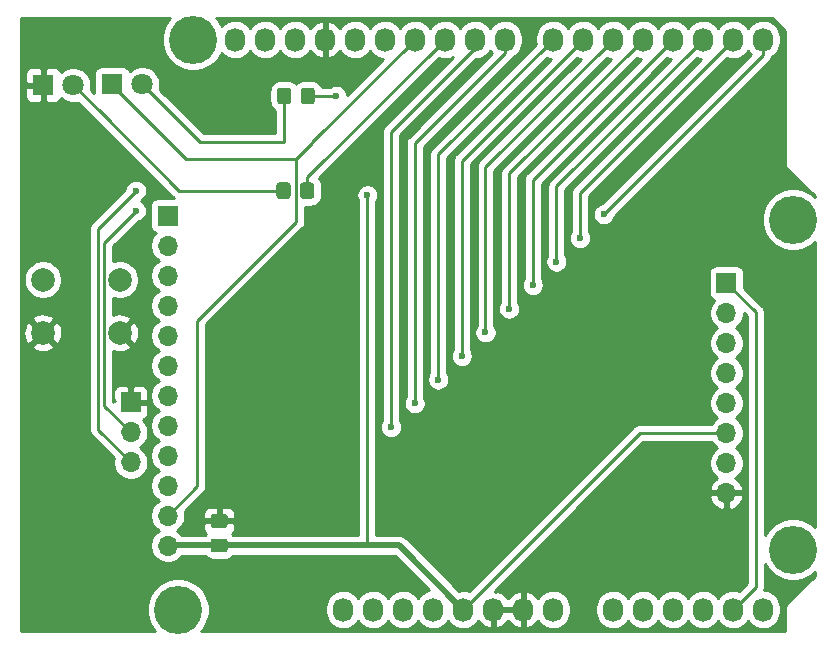
<source format=gbr>
%TF.GenerationSoftware,KiCad,Pcbnew,(5.1.10)-1*%
%TF.CreationDate,2022-03-02T00:29:21+08:00*%
%TF.ProjectId,r71ram_uno,72373172-616d-45f7-956e-6f2e6b696361,rev?*%
%TF.SameCoordinates,Original*%
%TF.FileFunction,Copper,L2,Bot*%
%TF.FilePolarity,Positive*%
%FSLAX46Y46*%
G04 Gerber Fmt 4.6, Leading zero omitted, Abs format (unit mm)*
G04 Created by KiCad (PCBNEW (5.1.10)-1) date 2022-03-02 00:29:21*
%MOMM*%
%LPD*%
G01*
G04 APERTURE LIST*
%TA.AperFunction,ComponentPad*%
%ADD10O,1.700000X1.700000*%
%TD*%
%TA.AperFunction,ComponentPad*%
%ADD11R,1.700000X1.700000*%
%TD*%
%TA.AperFunction,ComponentPad*%
%ADD12C,2.000000*%
%TD*%
%TA.AperFunction,ComponentPad*%
%ADD13C,1.800000*%
%TD*%
%TA.AperFunction,ComponentPad*%
%ADD14R,1.800000X1.800000*%
%TD*%
%TA.AperFunction,ComponentPad*%
%ADD15O,1.727200X2.032000*%
%TD*%
%TA.AperFunction,ComponentPad*%
%ADD16C,4.064000*%
%TD*%
%TA.AperFunction,ViaPad*%
%ADD17C,0.600000*%
%TD*%
%TA.AperFunction,Conductor*%
%ADD18C,0.500000*%
%TD*%
%TA.AperFunction,Conductor*%
%ADD19C,0.250000*%
%TD*%
%TA.AperFunction,Conductor*%
%ADD20C,0.254000*%
%TD*%
%TA.AperFunction,Conductor*%
%ADD21C,0.100000*%
%TD*%
G04 APERTURE END LIST*
D10*
%TO.P,J3,3*%
%TO.N,/13(SCK)*%
X120973000Y-111370000D03*
%TO.P,J3,2*%
%TO.N,/12(MISO)*%
X120973000Y-108830000D03*
D11*
%TO.P,J3,1*%
%TO.N,GND*%
X120973000Y-106290000D03*
%TD*%
%TO.P,R3,2*%
%TO.N,Net-(D2-Pad2)*%
%TA.AperFunction,SMDPad,CuDef*%
G36*
G01*
X134548000Y-79889999D02*
X134548000Y-80790001D01*
G75*
G02*
X134298001Y-81040000I-249999J0D01*
G01*
X133597999Y-81040000D01*
G75*
G02*
X133348000Y-80790001I0J249999D01*
G01*
X133348000Y-79889999D01*
G75*
G02*
X133597999Y-79640000I249999J0D01*
G01*
X134298001Y-79640000D01*
G75*
G02*
X134548000Y-79889999I0J-249999D01*
G01*
G37*
%TD.AperFunction*%
%TO.P,R3,1*%
%TO.N,+5V*%
%TA.AperFunction,SMDPad,CuDef*%
G36*
G01*
X136548000Y-79889999D02*
X136548000Y-80790001D01*
G75*
G02*
X136298001Y-81040000I-249999J0D01*
G01*
X135597999Y-81040000D01*
G75*
G02*
X135348000Y-80790001I0J249999D01*
G01*
X135348000Y-79889999D01*
G75*
G02*
X135597999Y-79640000I249999J0D01*
G01*
X136298001Y-79640000D01*
G75*
G02*
X136548000Y-79889999I0J-249999D01*
G01*
G37*
%TD.AperFunction*%
%TD*%
%TO.P,R2,2*%
%TO.N,Net-(D1-Pad2)*%
%TA.AperFunction,SMDPad,CuDef*%
G36*
G01*
X134498000Y-87914999D02*
X134498000Y-88815001D01*
G75*
G02*
X134248001Y-89065000I-249999J0D01*
G01*
X133547999Y-89065000D01*
G75*
G02*
X133298000Y-88815001I0J249999D01*
G01*
X133298000Y-87914999D01*
G75*
G02*
X133547999Y-87665000I249999J0D01*
G01*
X134248001Y-87665000D01*
G75*
G02*
X134498000Y-87914999I0J-249999D01*
G01*
G37*
%TD.AperFunction*%
%TO.P,R2,1*%
%TO.N,/10(\u002A\u002A/SS)*%
%TA.AperFunction,SMDPad,CuDef*%
G36*
G01*
X136498000Y-87914999D02*
X136498000Y-88815001D01*
G75*
G02*
X136248001Y-89065000I-249999J0D01*
G01*
X135547999Y-89065000D01*
G75*
G02*
X135298000Y-88815001I0J249999D01*
G01*
X135298000Y-87914999D01*
G75*
G02*
X135547999Y-87665000I249999J0D01*
G01*
X136248001Y-87665000D01*
G75*
G02*
X136498000Y-87914999I0J-249999D01*
G01*
G37*
%TD.AperFunction*%
%TD*%
%TO.P,C1,2*%
%TO.N,GND*%
%TA.AperFunction,SMDPad,CuDef*%
G36*
G01*
X128923000Y-116915000D02*
X127973000Y-116915000D01*
G75*
G02*
X127723000Y-116665000I0J250000D01*
G01*
X127723000Y-115990000D01*
G75*
G02*
X127973000Y-115740000I250000J0D01*
G01*
X128923000Y-115740000D01*
G75*
G02*
X129173000Y-115990000I0J-250000D01*
G01*
X129173000Y-116665000D01*
G75*
G02*
X128923000Y-116915000I-250000J0D01*
G01*
G37*
%TD.AperFunction*%
%TO.P,C1,1*%
%TO.N,+5V*%
%TA.AperFunction,SMDPad,CuDef*%
G36*
G01*
X128923000Y-118990000D02*
X127973000Y-118990000D01*
G75*
G02*
X127723000Y-118740000I0J250000D01*
G01*
X127723000Y-118065000D01*
G75*
G02*
X127973000Y-117815000I250000J0D01*
G01*
X128923000Y-117815000D01*
G75*
G02*
X129173000Y-118065000I0J-250000D01*
G01*
X129173000Y-118740000D01*
G75*
G02*
X128923000Y-118990000I-250000J0D01*
G01*
G37*
%TD.AperFunction*%
%TD*%
D12*
%TO.P,SW1,1*%
%TO.N,/A5(SCL)*%
X120023000Y-95890000D03*
%TO.P,SW1,2*%
%TO.N,GND*%
X120023000Y-100390000D03*
%TO.P,SW1,1*%
%TO.N,/A5(SCL)*%
X113523000Y-95890000D03*
%TO.P,SW1,2*%
%TO.N,GND*%
X113523000Y-100390000D03*
%TD*%
D13*
%TO.P,D2,2*%
%TO.N,Net-(D2-Pad2)*%
X121938000Y-79365000D03*
D14*
%TO.P,D2,1*%
%TO.N,/11(\u002A\u002A/MOSI)*%
X119398000Y-79365000D03*
%TD*%
D13*
%TO.P,D1,2*%
%TO.N,Net-(D1-Pad2)*%
X116088000Y-79415000D03*
D14*
%TO.P,D1,1*%
%TO.N,GND*%
X113548000Y-79415000D03*
%TD*%
D10*
%TO.P,J2,8*%
%TO.N,GND*%
X171398000Y-113945000D03*
%TO.P,J2,7*%
%TO.N,Net-(J2-Pad7)*%
X171398000Y-111405000D03*
%TO.P,J2,6*%
%TO.N,+5V*%
X171398000Y-108865000D03*
%TO.P,J2,5*%
%TO.N,/A2*%
X171398000Y-106325000D03*
%TO.P,J2,4*%
%TO.N,/A1*%
X171398000Y-103785000D03*
%TO.P,J2,3*%
%TO.N,/A0*%
X171398000Y-101245000D03*
%TO.P,J2,2*%
%TO.N,/A3*%
X171398000Y-98705000D03*
D11*
%TO.P,J2,1*%
%TO.N,/A4*%
X171398000Y-96165000D03*
%TD*%
D10*
%TO.P,J1,12*%
%TO.N,+5V*%
X124098000Y-118405000D03*
%TO.P,J1,11*%
%TO.N,/11(\u002A\u002A/MOSI)*%
X124098000Y-115865000D03*
%TO.P,J1,10*%
%TO.N,/9(\u002A\u002A)*%
X124098000Y-113325000D03*
%TO.P,J1,9*%
%TO.N,/8*%
X124098000Y-110785000D03*
%TO.P,J1,8*%
%TO.N,/7*%
X124098000Y-108245000D03*
%TO.P,J1,7*%
%TO.N,/6(\u002A\u002A)*%
X124098000Y-105705000D03*
%TO.P,J1,6*%
%TO.N,/5(\u002A\u002A)*%
X124098000Y-103165000D03*
%TO.P,J1,5*%
%TO.N,/4*%
X124098000Y-100625000D03*
%TO.P,J1,4*%
%TO.N,/3(\u002A\u002A)*%
X124098000Y-98085000D03*
%TO.P,J1,3*%
%TO.N,/2*%
X124098000Y-95545000D03*
%TO.P,J1,2*%
%TO.N,/1(Tx)*%
X124098000Y-93005000D03*
D11*
%TO.P,J1,1*%
%TO.N,/0(Rx)*%
X124098000Y-90465000D03*
%TD*%
D15*
%TO.P,P1,1*%
%TO.N,Net-(P1-Pad1)*%
X138938000Y-123825000D03*
%TO.P,P1,2*%
%TO.N,/IOREF*%
X141478000Y-123825000D03*
%TO.P,P1,3*%
%TO.N,/Reset*%
X144018000Y-123825000D03*
%TO.P,P1,4*%
%TO.N,+3V3*%
X146558000Y-123825000D03*
%TO.P,P1,5*%
%TO.N,+5V*%
X149098000Y-123825000D03*
%TO.P,P1,6*%
%TO.N,GND*%
X151638000Y-123825000D03*
%TO.P,P1,7*%
X154178000Y-123825000D03*
%TO.P,P1,8*%
%TO.N,/Vin*%
X156718000Y-123825000D03*
%TD*%
%TO.P,P2,1*%
%TO.N,/A0*%
X161798000Y-123825000D03*
%TO.P,P2,2*%
%TO.N,/A1*%
X164338000Y-123825000D03*
%TO.P,P2,3*%
%TO.N,/A2*%
X166878000Y-123825000D03*
%TO.P,P2,4*%
%TO.N,/A3*%
X169418000Y-123825000D03*
%TO.P,P2,5*%
%TO.N,/A4*%
X171958000Y-123825000D03*
%TO.P,P2,6*%
%TO.N,/A5*%
X174498000Y-123825000D03*
%TD*%
%TO.P,P3,1*%
%TO.N,/A5(SCL)*%
X129794000Y-75565000D03*
%TO.P,P3,2*%
%TO.N,/A4(SDA)*%
X132334000Y-75565000D03*
%TO.P,P3,3*%
%TO.N,/AREF*%
X134874000Y-75565000D03*
%TO.P,P3,4*%
%TO.N,GND*%
X137414000Y-75565000D03*
%TO.P,P3,5*%
%TO.N,/13(SCK)*%
X139954000Y-75565000D03*
%TO.P,P3,6*%
%TO.N,/12(MISO)*%
X142494000Y-75565000D03*
%TO.P,P3,7*%
%TO.N,/11(\u002A\u002A/MOSI)*%
X145034000Y-75565000D03*
%TO.P,P3,8*%
%TO.N,/10(\u002A\u002A/SS)*%
X147574000Y-75565000D03*
%TO.P,P3,9*%
%TO.N,/9(\u002A\u002A)*%
X150114000Y-75565000D03*
%TO.P,P3,10*%
%TO.N,/8*%
X152654000Y-75565000D03*
%TD*%
%TO.P,P4,1*%
%TO.N,/7*%
X156718000Y-75565000D03*
%TO.P,P4,2*%
%TO.N,/6(\u002A\u002A)*%
X159258000Y-75565000D03*
%TO.P,P4,3*%
%TO.N,/5(\u002A\u002A)*%
X161798000Y-75565000D03*
%TO.P,P4,4*%
%TO.N,/4*%
X164338000Y-75565000D03*
%TO.P,P4,5*%
%TO.N,/3(\u002A\u002A)*%
X166878000Y-75565000D03*
%TO.P,P4,6*%
%TO.N,/2*%
X169418000Y-75565000D03*
%TO.P,P4,7*%
%TO.N,/1(Tx)*%
X171958000Y-75565000D03*
%TO.P,P4,8*%
%TO.N,/0(Rx)*%
X174498000Y-75565000D03*
%TD*%
D16*
%TO.P,P5,1*%
%TO.N,Net-(P5-Pad1)*%
X124968000Y-123825000D03*
%TD*%
%TO.P,P6,1*%
%TO.N,Net-(P6-Pad1)*%
X177038000Y-118745000D03*
%TD*%
%TO.P,P7,1*%
%TO.N,Net-(P7-Pad1)*%
X126238000Y-75565000D03*
%TD*%
%TO.P,P8,1*%
%TO.N,Net-(P8-Pad1)*%
X177038000Y-90805000D03*
%TD*%
D17*
%TO.N,+5V*%
X138373000Y-80340000D03*
X140998000Y-88740000D03*
%TO.N,GND*%
X125898000Y-81065000D03*
X120798000Y-86165000D03*
X164798000Y-90365000D03*
X131598000Y-82365000D03*
X138398000Y-89165000D03*
X142698000Y-121065000D03*
X149298000Y-121065000D03*
%TO.N,/9(\u002A\u002A)*%
X142998000Y-108365000D03*
%TO.N,/8*%
X144998000Y-106365000D03*
%TO.N,/7*%
X146998000Y-104365000D03*
%TO.N,/6(\u002A\u002A)*%
X148998000Y-102365000D03*
%TO.N,/5(\u002A\u002A)*%
X150998000Y-100365000D03*
%TO.N,/4*%
X152998000Y-98365000D03*
%TO.N,/3(\u002A\u002A)*%
X154998000Y-96365000D03*
%TO.N,/2*%
X156998000Y-94365000D03*
%TO.N,/1(Tx)*%
X158998000Y-92365000D03*
%TO.N,/0(Rx)*%
X160998000Y-90365000D03*
%TO.N,/13(SCK)*%
X121398000Y-88365000D03*
%TO.N,/12(MISO)*%
X121398000Y-90065000D03*
%TD*%
D18*
%TO.N,+5V*%
X149098000Y-123825000D02*
X143675500Y-118402500D01*
X124100500Y-118402500D02*
X124098000Y-118405000D01*
X128448000Y-118402500D02*
X124100500Y-118402500D01*
D19*
X135948000Y-80340000D02*
X138373000Y-80340000D01*
X138373000Y-80340000D02*
X138373000Y-80340000D01*
D18*
X138660500Y-118402500D02*
X128448000Y-118402500D01*
D19*
X164058000Y-108865000D02*
X149098000Y-123825000D01*
X171598000Y-108865000D02*
X164058000Y-108865000D01*
X140998000Y-118365000D02*
X140960500Y-118402500D01*
D18*
X140960500Y-118402500D02*
X138660500Y-118402500D01*
D19*
X140998000Y-88740000D02*
X140998000Y-118365000D01*
D18*
X143675500Y-118402500D02*
X140960500Y-118402500D01*
D19*
%TO.N,/9(\u002A\u002A)*%
X150114000Y-75565000D02*
X150114000Y-76249000D01*
X150114000Y-76249000D02*
X142998000Y-83365000D01*
X142998000Y-83365000D02*
X142998000Y-108365000D01*
%TO.N,/8*%
X152654000Y-75565000D02*
X152654000Y-76709000D01*
X144998000Y-84365000D02*
X144998000Y-106365000D01*
X152654000Y-76709000D02*
X144998000Y-84365000D01*
%TO.N,/7*%
X156718000Y-75565000D02*
X146998000Y-85285000D01*
X146998000Y-85285000D02*
X146998000Y-104365000D01*
%TO.N,/6(\u002A\u002A)*%
X159258000Y-75565000D02*
X148998000Y-85825000D01*
X148998000Y-85825000D02*
X148998000Y-102365000D01*
%TO.N,/5(\u002A\u002A)*%
X150998000Y-86365000D02*
X150998000Y-100365000D01*
X161798000Y-75565000D02*
X150998000Y-86365000D01*
%TO.N,/4*%
X152998000Y-86905000D02*
X152998000Y-98365000D01*
X164338000Y-75565000D02*
X152998000Y-86905000D01*
%TO.N,/3(\u002A\u002A)*%
X154998000Y-87445000D02*
X154998000Y-96365000D01*
X166878000Y-75565000D02*
X154998000Y-87445000D01*
%TO.N,/2*%
X156998000Y-87985000D02*
X156998000Y-94365000D01*
X169418000Y-75565000D02*
X156998000Y-87985000D01*
%TO.N,/1(Tx)*%
X171958000Y-75565000D02*
X158998000Y-88525000D01*
X158998000Y-88525000D02*
X158998000Y-92365000D01*
%TO.N,/0(Rx)*%
X174498000Y-75565000D02*
X174498000Y-76865000D01*
X174498000Y-76865000D02*
X160998000Y-90365000D01*
%TO.N,/13(SCK)*%
X121398000Y-88365000D02*
X118198000Y-91565000D01*
X118198000Y-108595000D02*
X120973000Y-111370000D01*
X118198000Y-91565000D02*
X118198000Y-108595000D01*
%TO.N,/10(\u002A\u002A/SS)*%
X135898000Y-87241000D02*
X147574000Y-75565000D01*
X135898000Y-88365000D02*
X135898000Y-87241000D01*
%TO.N,/12(MISO)*%
X118697999Y-106554999D02*
X120973000Y-108830000D01*
X118697999Y-92765001D02*
X118697999Y-106554999D01*
X121398000Y-90065000D02*
X118697999Y-92765001D01*
%TO.N,/11(\u002A\u002A/MOSI)*%
X126598000Y-113365000D02*
X126598000Y-99365000D01*
X126598000Y-99365000D02*
X134972990Y-90990010D01*
X124098000Y-115865000D02*
X126598000Y-113365000D01*
X136334000Y-84265000D02*
X145034000Y-75565000D01*
X134972990Y-90990010D02*
X134972990Y-85651410D01*
X136334000Y-84290400D02*
X134972990Y-85651410D01*
X136334000Y-84265000D02*
X136334000Y-84290400D01*
X125656410Y-85651410D02*
X134972990Y-85651410D01*
X119398000Y-79393000D02*
X125656410Y-85651410D01*
X119398000Y-79365000D02*
X119398000Y-79393000D01*
%TO.N,/A4*%
X171958000Y-123825000D02*
X172773001Y-123009999D01*
X171398000Y-96165000D02*
X173898000Y-98665000D01*
X173898000Y-121885000D02*
X172773001Y-123009999D01*
X173898000Y-98665000D02*
X173898000Y-121885000D01*
%TO.N,Net-(D1-Pad2)*%
X118488020Y-81815020D02*
X116088000Y-79415000D01*
X125038000Y-88365000D02*
X118488020Y-81815020D01*
X133898000Y-88365000D02*
X125038000Y-88365000D01*
%TO.N,Net-(D2-Pad2)*%
X122913000Y-80340000D02*
X121938000Y-79365000D01*
X133948000Y-84215000D02*
X133898000Y-84265000D01*
X133948000Y-80340000D02*
X133948000Y-84215000D01*
X126838000Y-84265000D02*
X122913000Y-80340000D01*
X133898000Y-84265000D02*
X126838000Y-84265000D01*
%TD*%
D20*
%TO.N,GND*%
X124166406Y-73864887D02*
X123874536Y-74301702D01*
X123673492Y-74787065D01*
X123571000Y-75302323D01*
X123571000Y-75827677D01*
X123673492Y-76342935D01*
X123874536Y-76828298D01*
X124166406Y-77265113D01*
X124537887Y-77636594D01*
X124974702Y-77928464D01*
X125460065Y-78129508D01*
X125975323Y-78232000D01*
X126500677Y-78232000D01*
X127015935Y-78129508D01*
X127501298Y-77928464D01*
X127938113Y-77636594D01*
X128309594Y-77265113D01*
X128601464Y-76828298D01*
X128657001Y-76694219D01*
X128729203Y-76782197D01*
X128957395Y-76969469D01*
X129217737Y-77108625D01*
X129500224Y-77194316D01*
X129794000Y-77223251D01*
X130087777Y-77194316D01*
X130370264Y-77108625D01*
X130630606Y-76969469D01*
X130858797Y-76782197D01*
X131046069Y-76554006D01*
X131064000Y-76520459D01*
X131081931Y-76554006D01*
X131269203Y-76782197D01*
X131497395Y-76969469D01*
X131757737Y-77108625D01*
X132040224Y-77194316D01*
X132334000Y-77223251D01*
X132627777Y-77194316D01*
X132910264Y-77108625D01*
X133170606Y-76969469D01*
X133398797Y-76782197D01*
X133586069Y-76554006D01*
X133604000Y-76520459D01*
X133621931Y-76554006D01*
X133809203Y-76782197D01*
X134037395Y-76969469D01*
X134297737Y-77108625D01*
X134580224Y-77194316D01*
X134874000Y-77223251D01*
X135167777Y-77194316D01*
X135450264Y-77108625D01*
X135710606Y-76969469D01*
X135938797Y-76782197D01*
X136126069Y-76554006D01*
X136147424Y-76514053D01*
X136295514Y-76716729D01*
X136511965Y-76915733D01*
X136763081Y-77068686D01*
X137039211Y-77169709D01*
X137054974Y-77172358D01*
X137287000Y-77051217D01*
X137287000Y-75692000D01*
X137267000Y-75692000D01*
X137267000Y-75438000D01*
X137287000Y-75438000D01*
X137287000Y-74078783D01*
X137054974Y-73957642D01*
X137039211Y-73960291D01*
X136763081Y-74061314D01*
X136511965Y-74214267D01*
X136295514Y-74413271D01*
X136147424Y-74615947D01*
X136126069Y-74575994D01*
X135938797Y-74347803D01*
X135710605Y-74160531D01*
X135450263Y-74021375D01*
X135167776Y-73935684D01*
X134874000Y-73906749D01*
X134580223Y-73935684D01*
X134297736Y-74021375D01*
X134037394Y-74160531D01*
X133809203Y-74347803D01*
X133621931Y-74575995D01*
X133604000Y-74609541D01*
X133586069Y-74575994D01*
X133398797Y-74347803D01*
X133170605Y-74160531D01*
X132910263Y-74021375D01*
X132627776Y-73935684D01*
X132334000Y-73906749D01*
X132040223Y-73935684D01*
X131757736Y-74021375D01*
X131497394Y-74160531D01*
X131269203Y-74347803D01*
X131081931Y-74575995D01*
X131064000Y-74609541D01*
X131046069Y-74575994D01*
X130858797Y-74347803D01*
X130630605Y-74160531D01*
X130370263Y-74021375D01*
X130087776Y-73935684D01*
X129794000Y-73906749D01*
X129500223Y-73935684D01*
X129217736Y-74021375D01*
X128957394Y-74160531D01*
X128729203Y-74347803D01*
X128657001Y-74435781D01*
X128601464Y-74301702D01*
X128309594Y-73864887D01*
X128179707Y-73735000D01*
X175219909Y-73735000D01*
X176328001Y-74843093D01*
X176328000Y-85944125D01*
X176324565Y-85979000D01*
X176328000Y-86013875D01*
X176328000Y-86013876D01*
X176338273Y-86118183D01*
X176378872Y-86252019D01*
X176444800Y-86375362D01*
X176533525Y-86483474D01*
X176560617Y-86505708D01*
X178868001Y-88813093D01*
X178868001Y-88863294D01*
X178738113Y-88733406D01*
X178301298Y-88441536D01*
X177815935Y-88240492D01*
X177300677Y-88138000D01*
X176775323Y-88138000D01*
X176260065Y-88240492D01*
X175774702Y-88441536D01*
X175337887Y-88733406D01*
X174966406Y-89104887D01*
X174674536Y-89541702D01*
X174473492Y-90027065D01*
X174371000Y-90542323D01*
X174371000Y-91067677D01*
X174473492Y-91582935D01*
X174674536Y-92068298D01*
X174966406Y-92505113D01*
X175337887Y-92876594D01*
X175774702Y-93168464D01*
X176260065Y-93369508D01*
X176775323Y-93472000D01*
X177300677Y-93472000D01*
X177815935Y-93369508D01*
X178301298Y-93168464D01*
X178738113Y-92876594D01*
X178868001Y-92746706D01*
X178868000Y-116803293D01*
X178738113Y-116673406D01*
X178301298Y-116381536D01*
X177815935Y-116180492D01*
X177300677Y-116078000D01*
X176775323Y-116078000D01*
X176260065Y-116180492D01*
X175774702Y-116381536D01*
X175337887Y-116673406D01*
X174966406Y-117044887D01*
X174674536Y-117481702D01*
X174658000Y-117521623D01*
X174658000Y-98702323D01*
X174661676Y-98665000D01*
X174658000Y-98627677D01*
X174658000Y-98627667D01*
X174647003Y-98516014D01*
X174603546Y-98372753D01*
X174550179Y-98272911D01*
X174532974Y-98240723D01*
X174461799Y-98153997D01*
X174438001Y-98124999D01*
X174409004Y-98101202D01*
X172886072Y-96578271D01*
X172886072Y-95315000D01*
X172873812Y-95190518D01*
X172837502Y-95070820D01*
X172778537Y-94960506D01*
X172699185Y-94863815D01*
X172602494Y-94784463D01*
X172492180Y-94725498D01*
X172372482Y-94689188D01*
X172248000Y-94676928D01*
X170548000Y-94676928D01*
X170423518Y-94689188D01*
X170303820Y-94725498D01*
X170193506Y-94784463D01*
X170096815Y-94863815D01*
X170017463Y-94960506D01*
X169958498Y-95070820D01*
X169922188Y-95190518D01*
X169909928Y-95315000D01*
X169909928Y-97015000D01*
X169922188Y-97139482D01*
X169958498Y-97259180D01*
X170017463Y-97369494D01*
X170096815Y-97466185D01*
X170193506Y-97545537D01*
X170303820Y-97604502D01*
X170376380Y-97626513D01*
X170244525Y-97758368D01*
X170082010Y-98001589D01*
X169970068Y-98271842D01*
X169913000Y-98558740D01*
X169913000Y-98851260D01*
X169970068Y-99138158D01*
X170082010Y-99408411D01*
X170244525Y-99651632D01*
X170451368Y-99858475D01*
X170625760Y-99975000D01*
X170451368Y-100091525D01*
X170244525Y-100298368D01*
X170082010Y-100541589D01*
X169970068Y-100811842D01*
X169913000Y-101098740D01*
X169913000Y-101391260D01*
X169970068Y-101678158D01*
X170082010Y-101948411D01*
X170244525Y-102191632D01*
X170451368Y-102398475D01*
X170625760Y-102515000D01*
X170451368Y-102631525D01*
X170244525Y-102838368D01*
X170082010Y-103081589D01*
X169970068Y-103351842D01*
X169913000Y-103638740D01*
X169913000Y-103931260D01*
X169970068Y-104218158D01*
X170082010Y-104488411D01*
X170244525Y-104731632D01*
X170451368Y-104938475D01*
X170625760Y-105055000D01*
X170451368Y-105171525D01*
X170244525Y-105378368D01*
X170082010Y-105621589D01*
X169970068Y-105891842D01*
X169913000Y-106178740D01*
X169913000Y-106471260D01*
X169970068Y-106758158D01*
X170082010Y-107028411D01*
X170244525Y-107271632D01*
X170451368Y-107478475D01*
X170625760Y-107595000D01*
X170451368Y-107711525D01*
X170244525Y-107918368D01*
X170119822Y-108105000D01*
X164095323Y-108105000D01*
X164058000Y-108101324D01*
X164020677Y-108105000D01*
X164020667Y-108105000D01*
X163909014Y-108115997D01*
X163765753Y-108159454D01*
X163633723Y-108230026D01*
X163581468Y-108272911D01*
X163517999Y-108324999D01*
X163494201Y-108353997D01*
X149591830Y-122256369D01*
X149391776Y-122195684D01*
X149098000Y-122166749D01*
X148804223Y-122195684D01*
X148739804Y-122215225D01*
X144332034Y-117807456D01*
X144304317Y-117773683D01*
X144169559Y-117663089D01*
X144015813Y-117580911D01*
X143848990Y-117530305D01*
X143718977Y-117517500D01*
X143718969Y-117517500D01*
X143675500Y-117513219D01*
X143632031Y-117517500D01*
X141758000Y-117517500D01*
X141758000Y-89285535D01*
X141826586Y-89182889D01*
X141897068Y-89012729D01*
X141933000Y-88832089D01*
X141933000Y-88647911D01*
X141897068Y-88467271D01*
X141826586Y-88297111D01*
X141724262Y-88143972D01*
X141594028Y-88013738D01*
X141440889Y-87911414D01*
X141270729Y-87840932D01*
X141090089Y-87805000D01*
X140905911Y-87805000D01*
X140725271Y-87840932D01*
X140555111Y-87911414D01*
X140401972Y-88013738D01*
X140271738Y-88143972D01*
X140169414Y-88297111D01*
X140098932Y-88467271D01*
X140063000Y-88647911D01*
X140063000Y-88832089D01*
X140098932Y-89012729D01*
X140169414Y-89182889D01*
X140238000Y-89285535D01*
X140238001Y-117517500D01*
X129616995Y-117517500D01*
X129550962Y-117437038D01*
X129544406Y-117431658D01*
X129624185Y-117366185D01*
X129703537Y-117269494D01*
X129762502Y-117159180D01*
X129798812Y-117039482D01*
X129811072Y-116915000D01*
X129808000Y-116613250D01*
X129649250Y-116454500D01*
X128575000Y-116454500D01*
X128575000Y-116474500D01*
X128321000Y-116474500D01*
X128321000Y-116454500D01*
X127246750Y-116454500D01*
X127088000Y-116613250D01*
X127084928Y-116915000D01*
X127097188Y-117039482D01*
X127133498Y-117159180D01*
X127192463Y-117269494D01*
X127271815Y-117366185D01*
X127351594Y-117431658D01*
X127345038Y-117437038D01*
X127279005Y-117517500D01*
X125290986Y-117517500D01*
X125251475Y-117458368D01*
X125044632Y-117251525D01*
X124870240Y-117135000D01*
X125044632Y-117018475D01*
X125251475Y-116811632D01*
X125413990Y-116568411D01*
X125525932Y-116298158D01*
X125583000Y-116011260D01*
X125583000Y-115740000D01*
X127084928Y-115740000D01*
X127088000Y-116041750D01*
X127246750Y-116200500D01*
X128321000Y-116200500D01*
X128321000Y-115263750D01*
X128575000Y-115263750D01*
X128575000Y-116200500D01*
X129649250Y-116200500D01*
X129808000Y-116041750D01*
X129811072Y-115740000D01*
X129798812Y-115615518D01*
X129762502Y-115495820D01*
X129703537Y-115385506D01*
X129624185Y-115288815D01*
X129527494Y-115209463D01*
X129417180Y-115150498D01*
X129297482Y-115114188D01*
X129173000Y-115101928D01*
X128733750Y-115105000D01*
X128575000Y-115263750D01*
X128321000Y-115263750D01*
X128162250Y-115105000D01*
X127723000Y-115101928D01*
X127598518Y-115114188D01*
X127478820Y-115150498D01*
X127368506Y-115209463D01*
X127271815Y-115288815D01*
X127192463Y-115385506D01*
X127133498Y-115495820D01*
X127097188Y-115615518D01*
X127084928Y-115740000D01*
X125583000Y-115740000D01*
X125583000Y-115718740D01*
X125539209Y-115498592D01*
X127109004Y-113928798D01*
X127138001Y-113905001D01*
X127209401Y-113818000D01*
X127232974Y-113789277D01*
X127303546Y-113657247D01*
X127324518Y-113588110D01*
X127347003Y-113513986D01*
X127358000Y-113402333D01*
X127358000Y-113402323D01*
X127361676Y-113365000D01*
X127358000Y-113327677D01*
X127358000Y-99679801D01*
X135483999Y-91553804D01*
X135512991Y-91530011D01*
X135536785Y-91501018D01*
X135536789Y-91501014D01*
X135607963Y-91414287D01*
X135607964Y-91414286D01*
X135678536Y-91282257D01*
X135721993Y-91138996D01*
X135732990Y-91027343D01*
X135732990Y-91027334D01*
X135736666Y-90990011D01*
X135732990Y-90952688D01*
X135732990Y-89703072D01*
X136248001Y-89703072D01*
X136421255Y-89686008D01*
X136587851Y-89635472D01*
X136741387Y-89553405D01*
X136875962Y-89442962D01*
X136986405Y-89308387D01*
X137068472Y-89154851D01*
X137119008Y-88988255D01*
X137136072Y-88815001D01*
X137136072Y-87914999D01*
X137119008Y-87741745D01*
X137068472Y-87575149D01*
X136986405Y-87421613D01*
X136898861Y-87314940D01*
X147080171Y-77133631D01*
X147280224Y-77194316D01*
X147574000Y-77223251D01*
X147867777Y-77194316D01*
X148150264Y-77108625D01*
X148213228Y-77074970D01*
X142487003Y-82801196D01*
X142457999Y-82824999D01*
X142402871Y-82892174D01*
X142363026Y-82940724D01*
X142292455Y-83072753D01*
X142292454Y-83072754D01*
X142248997Y-83216015D01*
X142238000Y-83327668D01*
X142238000Y-83327678D01*
X142234324Y-83365000D01*
X142238000Y-83402322D01*
X142238001Y-107819463D01*
X142169414Y-107922111D01*
X142098932Y-108092271D01*
X142063000Y-108272911D01*
X142063000Y-108457089D01*
X142098932Y-108637729D01*
X142169414Y-108807889D01*
X142271738Y-108961028D01*
X142401972Y-109091262D01*
X142555111Y-109193586D01*
X142725271Y-109264068D01*
X142905911Y-109300000D01*
X143090089Y-109300000D01*
X143270729Y-109264068D01*
X143440889Y-109193586D01*
X143594028Y-109091262D01*
X143724262Y-108961028D01*
X143826586Y-108807889D01*
X143897068Y-108637729D01*
X143933000Y-108457089D01*
X143933000Y-108272911D01*
X143897068Y-108092271D01*
X143826586Y-107922111D01*
X143758000Y-107819465D01*
X143758000Y-83679801D01*
X150225537Y-77212265D01*
X150407777Y-77194316D01*
X150690264Y-77108625D01*
X150950606Y-76969469D01*
X151178797Y-76782197D01*
X151366069Y-76554006D01*
X151384000Y-76520459D01*
X151401931Y-76554006D01*
X151551699Y-76736499D01*
X144487003Y-83801196D01*
X144457999Y-83824999D01*
X144424249Y-83866124D01*
X144363026Y-83940724D01*
X144332329Y-83998154D01*
X144292454Y-84072754D01*
X144248997Y-84216015D01*
X144238000Y-84327668D01*
X144238000Y-84327678D01*
X144234324Y-84365000D01*
X144238000Y-84402322D01*
X144238001Y-105819463D01*
X144169414Y-105922111D01*
X144098932Y-106092271D01*
X144063000Y-106272911D01*
X144063000Y-106457089D01*
X144098932Y-106637729D01*
X144169414Y-106807889D01*
X144271738Y-106961028D01*
X144401972Y-107091262D01*
X144555111Y-107193586D01*
X144725271Y-107264068D01*
X144905911Y-107300000D01*
X145090089Y-107300000D01*
X145270729Y-107264068D01*
X145440889Y-107193586D01*
X145594028Y-107091262D01*
X145724262Y-106961028D01*
X145826586Y-106807889D01*
X145897068Y-106637729D01*
X145933000Y-106457089D01*
X145933000Y-106272911D01*
X145897068Y-106092271D01*
X145826586Y-105922111D01*
X145758000Y-105819465D01*
X145758000Y-104272911D01*
X146063000Y-104272911D01*
X146063000Y-104457089D01*
X146098932Y-104637729D01*
X146169414Y-104807889D01*
X146271738Y-104961028D01*
X146401972Y-105091262D01*
X146555111Y-105193586D01*
X146725271Y-105264068D01*
X146905911Y-105300000D01*
X147090089Y-105300000D01*
X147270729Y-105264068D01*
X147440889Y-105193586D01*
X147594028Y-105091262D01*
X147724262Y-104961028D01*
X147826586Y-104807889D01*
X147897068Y-104637729D01*
X147933000Y-104457089D01*
X147933000Y-104272911D01*
X147897068Y-104092271D01*
X147826586Y-103922111D01*
X147758000Y-103819465D01*
X147758000Y-85599801D01*
X156224171Y-77133631D01*
X156424224Y-77194316D01*
X156542257Y-77205941D01*
X148487003Y-85261196D01*
X148457999Y-85284999D01*
X148429380Y-85319872D01*
X148363026Y-85400724D01*
X148345248Y-85433985D01*
X148292454Y-85532754D01*
X148248997Y-85676015D01*
X148238000Y-85787668D01*
X148238000Y-85787678D01*
X148234324Y-85825000D01*
X148238000Y-85862322D01*
X148238001Y-101819463D01*
X148169414Y-101922111D01*
X148098932Y-102092271D01*
X148063000Y-102272911D01*
X148063000Y-102457089D01*
X148098932Y-102637729D01*
X148169414Y-102807889D01*
X148271738Y-102961028D01*
X148401972Y-103091262D01*
X148555111Y-103193586D01*
X148725271Y-103264068D01*
X148905911Y-103300000D01*
X149090089Y-103300000D01*
X149270729Y-103264068D01*
X149440889Y-103193586D01*
X149594028Y-103091262D01*
X149724262Y-102961028D01*
X149826586Y-102807889D01*
X149897068Y-102637729D01*
X149933000Y-102457089D01*
X149933000Y-102272911D01*
X149897068Y-102092271D01*
X149826586Y-101922111D01*
X149758000Y-101819465D01*
X149758000Y-86139801D01*
X158764171Y-77133631D01*
X158964224Y-77194316D01*
X159082256Y-77205941D01*
X150487003Y-85801196D01*
X150457999Y-85824999D01*
X150402871Y-85892174D01*
X150363026Y-85940724D01*
X150323925Y-86013876D01*
X150292454Y-86072754D01*
X150248997Y-86216015D01*
X150238000Y-86327668D01*
X150238000Y-86327678D01*
X150234324Y-86365000D01*
X150238000Y-86402322D01*
X150238001Y-99819463D01*
X150169414Y-99922111D01*
X150098932Y-100092271D01*
X150063000Y-100272911D01*
X150063000Y-100457089D01*
X150098932Y-100637729D01*
X150169414Y-100807889D01*
X150271738Y-100961028D01*
X150401972Y-101091262D01*
X150555111Y-101193586D01*
X150725271Y-101264068D01*
X150905911Y-101300000D01*
X151090089Y-101300000D01*
X151270729Y-101264068D01*
X151440889Y-101193586D01*
X151594028Y-101091262D01*
X151724262Y-100961028D01*
X151826586Y-100807889D01*
X151897068Y-100637729D01*
X151933000Y-100457089D01*
X151933000Y-100272911D01*
X151897068Y-100092271D01*
X151826586Y-99922111D01*
X151758000Y-99819465D01*
X151758000Y-86679801D01*
X161304172Y-77133631D01*
X161504224Y-77194316D01*
X161622257Y-77205941D01*
X152487003Y-86341196D01*
X152457999Y-86364999D01*
X152428937Y-86400412D01*
X152363026Y-86480724D01*
X152333772Y-86535454D01*
X152292454Y-86612754D01*
X152248997Y-86756015D01*
X152238000Y-86867668D01*
X152238000Y-86867678D01*
X152234324Y-86905000D01*
X152238000Y-86942322D01*
X152238001Y-97819463D01*
X152169414Y-97922111D01*
X152098932Y-98092271D01*
X152063000Y-98272911D01*
X152063000Y-98457089D01*
X152098932Y-98637729D01*
X152169414Y-98807889D01*
X152271738Y-98961028D01*
X152401972Y-99091262D01*
X152555111Y-99193586D01*
X152725271Y-99264068D01*
X152905911Y-99300000D01*
X153090089Y-99300000D01*
X153270729Y-99264068D01*
X153440889Y-99193586D01*
X153594028Y-99091262D01*
X153724262Y-98961028D01*
X153826586Y-98807889D01*
X153897068Y-98637729D01*
X153933000Y-98457089D01*
X153933000Y-98272911D01*
X153897068Y-98092271D01*
X153826586Y-97922111D01*
X153758000Y-97819465D01*
X153758000Y-87219801D01*
X163844171Y-77133631D01*
X164044224Y-77194316D01*
X164162257Y-77205941D01*
X154487003Y-86881196D01*
X154457999Y-86904999D01*
X154422091Y-86948754D01*
X154363026Y-87020724D01*
X154324920Y-87092015D01*
X154292454Y-87152754D01*
X154248997Y-87296015D01*
X154238000Y-87407668D01*
X154238000Y-87407678D01*
X154234324Y-87445000D01*
X154238000Y-87482322D01*
X154238001Y-95819463D01*
X154169414Y-95922111D01*
X154098932Y-96092271D01*
X154063000Y-96272911D01*
X154063000Y-96457089D01*
X154098932Y-96637729D01*
X154169414Y-96807889D01*
X154271738Y-96961028D01*
X154401972Y-97091262D01*
X154555111Y-97193586D01*
X154725271Y-97264068D01*
X154905911Y-97300000D01*
X155090089Y-97300000D01*
X155270729Y-97264068D01*
X155440889Y-97193586D01*
X155594028Y-97091262D01*
X155724262Y-96961028D01*
X155826586Y-96807889D01*
X155897068Y-96637729D01*
X155933000Y-96457089D01*
X155933000Y-96272911D01*
X155897068Y-96092271D01*
X155826586Y-95922111D01*
X155758000Y-95819465D01*
X155758000Y-87759801D01*
X166384171Y-77133631D01*
X166584224Y-77194316D01*
X166702256Y-77205941D01*
X156487003Y-87421196D01*
X156457999Y-87444999D01*
X156402871Y-87512174D01*
X156363026Y-87560724D01*
X156305324Y-87668676D01*
X156292454Y-87692754D01*
X156248997Y-87836015D01*
X156238000Y-87947668D01*
X156238000Y-87947678D01*
X156234324Y-87985000D01*
X156238000Y-88022323D01*
X156238001Y-93819463D01*
X156169414Y-93922111D01*
X156098932Y-94092271D01*
X156063000Y-94272911D01*
X156063000Y-94457089D01*
X156098932Y-94637729D01*
X156169414Y-94807889D01*
X156271738Y-94961028D01*
X156401972Y-95091262D01*
X156555111Y-95193586D01*
X156725271Y-95264068D01*
X156905911Y-95300000D01*
X157090089Y-95300000D01*
X157270729Y-95264068D01*
X157440889Y-95193586D01*
X157594028Y-95091262D01*
X157724262Y-94961028D01*
X157826586Y-94807889D01*
X157897068Y-94637729D01*
X157933000Y-94457089D01*
X157933000Y-94272911D01*
X157897068Y-94092271D01*
X157826586Y-93922111D01*
X157758000Y-93819465D01*
X157758000Y-88299801D01*
X168924172Y-77133631D01*
X169124224Y-77194316D01*
X169242257Y-77205941D01*
X158487003Y-87961196D01*
X158457999Y-87984999D01*
X158433768Y-88014525D01*
X158363026Y-88100724D01*
X158313168Y-88194002D01*
X158292454Y-88232754D01*
X158248997Y-88376015D01*
X158238000Y-88487668D01*
X158238000Y-88487678D01*
X158234324Y-88525000D01*
X158238000Y-88562323D01*
X158238001Y-91819463D01*
X158169414Y-91922111D01*
X158098932Y-92092271D01*
X158063000Y-92272911D01*
X158063000Y-92457089D01*
X158098932Y-92637729D01*
X158169414Y-92807889D01*
X158271738Y-92961028D01*
X158401972Y-93091262D01*
X158555111Y-93193586D01*
X158725271Y-93264068D01*
X158905911Y-93300000D01*
X159090089Y-93300000D01*
X159270729Y-93264068D01*
X159440889Y-93193586D01*
X159594028Y-93091262D01*
X159724262Y-92961028D01*
X159826586Y-92807889D01*
X159897068Y-92637729D01*
X159933000Y-92457089D01*
X159933000Y-92272911D01*
X159897068Y-92092271D01*
X159826586Y-91922111D01*
X159758000Y-91819465D01*
X159758000Y-88839801D01*
X171464171Y-77133631D01*
X171664224Y-77194316D01*
X171958000Y-77223251D01*
X172251777Y-77194316D01*
X172534264Y-77108625D01*
X172794606Y-76969469D01*
X173022797Y-76782197D01*
X173210069Y-76554006D01*
X173228000Y-76520459D01*
X173245931Y-76554006D01*
X173433203Y-76782197D01*
X173473187Y-76815011D01*
X160846352Y-89441847D01*
X160725271Y-89465932D01*
X160555111Y-89536414D01*
X160401972Y-89638738D01*
X160271738Y-89768972D01*
X160169414Y-89922111D01*
X160098932Y-90092271D01*
X160063000Y-90272911D01*
X160063000Y-90457089D01*
X160098932Y-90637729D01*
X160169414Y-90807889D01*
X160271738Y-90961028D01*
X160401972Y-91091262D01*
X160555111Y-91193586D01*
X160725271Y-91264068D01*
X160905911Y-91300000D01*
X161090089Y-91300000D01*
X161270729Y-91264068D01*
X161440889Y-91193586D01*
X161594028Y-91091262D01*
X161724262Y-90961028D01*
X161826586Y-90807889D01*
X161897068Y-90637729D01*
X161921153Y-90516648D01*
X175009003Y-77428799D01*
X175038001Y-77405001D01*
X175088085Y-77343974D01*
X175132974Y-77289277D01*
X175203546Y-77157247D01*
X175235709Y-77051217D01*
X175246167Y-77016740D01*
X175334606Y-76969469D01*
X175562797Y-76782197D01*
X175750069Y-76554006D01*
X175889225Y-76293663D01*
X175974916Y-76011176D01*
X175996600Y-75791018D01*
X175996600Y-75338981D01*
X175974916Y-75118823D01*
X175889225Y-74836336D01*
X175750069Y-74575994D01*
X175562797Y-74347803D01*
X175334605Y-74160531D01*
X175074263Y-74021375D01*
X174791776Y-73935684D01*
X174498000Y-73906749D01*
X174204223Y-73935684D01*
X173921736Y-74021375D01*
X173661394Y-74160531D01*
X173433203Y-74347803D01*
X173245931Y-74575995D01*
X173228000Y-74609541D01*
X173210069Y-74575994D01*
X173022797Y-74347803D01*
X172794605Y-74160531D01*
X172534263Y-74021375D01*
X172251776Y-73935684D01*
X171958000Y-73906749D01*
X171664223Y-73935684D01*
X171381736Y-74021375D01*
X171121394Y-74160531D01*
X170893203Y-74347803D01*
X170705931Y-74575995D01*
X170688000Y-74609541D01*
X170670069Y-74575994D01*
X170482797Y-74347803D01*
X170254605Y-74160531D01*
X169994263Y-74021375D01*
X169711776Y-73935684D01*
X169418000Y-73906749D01*
X169124223Y-73935684D01*
X168841736Y-74021375D01*
X168581394Y-74160531D01*
X168353203Y-74347803D01*
X168165931Y-74575995D01*
X168148000Y-74609541D01*
X168130069Y-74575994D01*
X167942797Y-74347803D01*
X167714605Y-74160531D01*
X167454263Y-74021375D01*
X167171776Y-73935684D01*
X166878000Y-73906749D01*
X166584223Y-73935684D01*
X166301736Y-74021375D01*
X166041394Y-74160531D01*
X165813203Y-74347803D01*
X165625931Y-74575995D01*
X165608000Y-74609541D01*
X165590069Y-74575994D01*
X165402797Y-74347803D01*
X165174605Y-74160531D01*
X164914263Y-74021375D01*
X164631776Y-73935684D01*
X164338000Y-73906749D01*
X164044223Y-73935684D01*
X163761736Y-74021375D01*
X163501394Y-74160531D01*
X163273203Y-74347803D01*
X163085931Y-74575995D01*
X163068000Y-74609541D01*
X163050069Y-74575994D01*
X162862797Y-74347803D01*
X162634605Y-74160531D01*
X162374263Y-74021375D01*
X162091776Y-73935684D01*
X161798000Y-73906749D01*
X161504223Y-73935684D01*
X161221736Y-74021375D01*
X160961394Y-74160531D01*
X160733203Y-74347803D01*
X160545931Y-74575995D01*
X160528000Y-74609541D01*
X160510069Y-74575994D01*
X160322797Y-74347803D01*
X160094605Y-74160531D01*
X159834263Y-74021375D01*
X159551776Y-73935684D01*
X159258000Y-73906749D01*
X158964223Y-73935684D01*
X158681736Y-74021375D01*
X158421394Y-74160531D01*
X158193203Y-74347803D01*
X158005931Y-74575995D01*
X157988000Y-74609541D01*
X157970069Y-74575994D01*
X157782797Y-74347803D01*
X157554605Y-74160531D01*
X157294263Y-74021375D01*
X157011776Y-73935684D01*
X156718000Y-73906749D01*
X156424223Y-73935684D01*
X156141736Y-74021375D01*
X155881394Y-74160531D01*
X155653203Y-74347803D01*
X155465931Y-74575995D01*
X155326775Y-74836337D01*
X155241084Y-75118824D01*
X155219400Y-75338982D01*
X155219400Y-75791019D01*
X155237133Y-75971065D01*
X146487003Y-84721196D01*
X146457999Y-84744999D01*
X146411710Y-84801403D01*
X146363026Y-84860724D01*
X146307822Y-84964003D01*
X146292454Y-84992754D01*
X146248997Y-85136015D01*
X146238000Y-85247668D01*
X146238000Y-85247678D01*
X146234324Y-85285000D01*
X146238000Y-85322322D01*
X146238001Y-103819463D01*
X146169414Y-103922111D01*
X146098932Y-104092271D01*
X146063000Y-104272911D01*
X145758000Y-104272911D01*
X145758000Y-84679801D01*
X153165003Y-77272799D01*
X153194001Y-77249001D01*
X153238880Y-77194316D01*
X153288974Y-77133277D01*
X153330904Y-77054832D01*
X153490606Y-76969469D01*
X153718797Y-76782197D01*
X153906069Y-76554006D01*
X154045225Y-76293663D01*
X154130916Y-76011176D01*
X154152600Y-75791018D01*
X154152600Y-75338981D01*
X154130916Y-75118823D01*
X154045225Y-74836336D01*
X153906069Y-74575994D01*
X153718797Y-74347803D01*
X153490605Y-74160531D01*
X153230263Y-74021375D01*
X152947776Y-73935684D01*
X152654000Y-73906749D01*
X152360223Y-73935684D01*
X152077736Y-74021375D01*
X151817394Y-74160531D01*
X151589203Y-74347803D01*
X151401931Y-74575995D01*
X151384000Y-74609541D01*
X151366069Y-74575994D01*
X151178797Y-74347803D01*
X150950605Y-74160531D01*
X150690263Y-74021375D01*
X150407776Y-73935684D01*
X150114000Y-73906749D01*
X149820223Y-73935684D01*
X149537736Y-74021375D01*
X149277394Y-74160531D01*
X149049203Y-74347803D01*
X148861931Y-74575995D01*
X148844000Y-74609541D01*
X148826069Y-74575994D01*
X148638797Y-74347803D01*
X148410605Y-74160531D01*
X148150263Y-74021375D01*
X147867776Y-73935684D01*
X147574000Y-73906749D01*
X147280223Y-73935684D01*
X146997736Y-74021375D01*
X146737394Y-74160531D01*
X146509203Y-74347803D01*
X146321931Y-74575995D01*
X146304000Y-74609541D01*
X146286069Y-74575994D01*
X146098797Y-74347803D01*
X145870605Y-74160531D01*
X145610263Y-74021375D01*
X145327776Y-73935684D01*
X145034000Y-73906749D01*
X144740223Y-73935684D01*
X144457736Y-74021375D01*
X144197394Y-74160531D01*
X143969203Y-74347803D01*
X143781931Y-74575995D01*
X143764000Y-74609541D01*
X143746069Y-74575994D01*
X143558797Y-74347803D01*
X143330605Y-74160531D01*
X143070263Y-74021375D01*
X142787776Y-73935684D01*
X142494000Y-73906749D01*
X142200223Y-73935684D01*
X141917736Y-74021375D01*
X141657394Y-74160531D01*
X141429203Y-74347803D01*
X141241931Y-74575995D01*
X141224000Y-74609541D01*
X141206069Y-74575994D01*
X141018797Y-74347803D01*
X140790605Y-74160531D01*
X140530263Y-74021375D01*
X140247776Y-73935684D01*
X139954000Y-73906749D01*
X139660223Y-73935684D01*
X139377736Y-74021375D01*
X139117394Y-74160531D01*
X138889203Y-74347803D01*
X138701931Y-74575995D01*
X138680576Y-74615947D01*
X138532486Y-74413271D01*
X138316035Y-74214267D01*
X138064919Y-74061314D01*
X137788789Y-73960291D01*
X137773026Y-73957642D01*
X137541000Y-74078783D01*
X137541000Y-75438000D01*
X137561000Y-75438000D01*
X137561000Y-75692000D01*
X137541000Y-75692000D01*
X137541000Y-77051217D01*
X137773026Y-77172358D01*
X137788789Y-77169709D01*
X138064919Y-77068686D01*
X138316035Y-76915733D01*
X138532486Y-76716729D01*
X138680576Y-76514053D01*
X138701931Y-76554006D01*
X138889203Y-76782197D01*
X139117395Y-76969469D01*
X139377737Y-77108625D01*
X139660224Y-77194316D01*
X139954000Y-77223251D01*
X140247777Y-77194316D01*
X140530264Y-77108625D01*
X140790606Y-76969469D01*
X141018797Y-76782197D01*
X141206069Y-76554006D01*
X141224000Y-76520459D01*
X141241931Y-76554006D01*
X141429203Y-76782197D01*
X141657395Y-76969469D01*
X141917737Y-77108625D01*
X142200224Y-77194316D01*
X142318257Y-77205941D01*
X139302739Y-80221460D01*
X139272068Y-80067271D01*
X139201586Y-79897111D01*
X139099262Y-79743972D01*
X138969028Y-79613738D01*
X138815889Y-79511414D01*
X138645729Y-79440932D01*
X138465089Y-79405000D01*
X138280911Y-79405000D01*
X138100271Y-79440932D01*
X137930111Y-79511414D01*
X137827465Y-79580000D01*
X137127527Y-79580000D01*
X137118472Y-79550149D01*
X137036405Y-79396613D01*
X136925962Y-79262038D01*
X136791387Y-79151595D01*
X136637851Y-79069528D01*
X136471255Y-79018992D01*
X136298001Y-79001928D01*
X135597999Y-79001928D01*
X135424745Y-79018992D01*
X135258149Y-79069528D01*
X135104613Y-79151595D01*
X134970038Y-79262038D01*
X134948000Y-79288891D01*
X134925962Y-79262038D01*
X134791387Y-79151595D01*
X134637851Y-79069528D01*
X134471255Y-79018992D01*
X134298001Y-79001928D01*
X133597999Y-79001928D01*
X133424745Y-79018992D01*
X133258149Y-79069528D01*
X133104613Y-79151595D01*
X132970038Y-79262038D01*
X132859595Y-79396613D01*
X132777528Y-79550149D01*
X132726992Y-79716745D01*
X132709928Y-79889999D01*
X132709928Y-80790001D01*
X132726992Y-80963255D01*
X132777528Y-81129851D01*
X132859595Y-81283387D01*
X132970038Y-81417962D01*
X133104613Y-81528405D01*
X133188000Y-81572977D01*
X133188001Y-83505000D01*
X127152802Y-83505000D01*
X123476804Y-79829003D01*
X123476799Y-79828997D01*
X123421731Y-79773930D01*
X123473000Y-79516184D01*
X123473000Y-79213816D01*
X123414011Y-78917257D01*
X123298299Y-78637905D01*
X123130312Y-78386495D01*
X122916505Y-78172688D01*
X122665095Y-78004701D01*
X122385743Y-77888989D01*
X122089184Y-77830000D01*
X121786816Y-77830000D01*
X121490257Y-77888989D01*
X121210905Y-78004701D01*
X120959495Y-78172688D01*
X120893056Y-78239127D01*
X120887502Y-78220820D01*
X120828537Y-78110506D01*
X120749185Y-78013815D01*
X120652494Y-77934463D01*
X120542180Y-77875498D01*
X120422482Y-77839188D01*
X120298000Y-77826928D01*
X118498000Y-77826928D01*
X118373518Y-77839188D01*
X118253820Y-77875498D01*
X118143506Y-77934463D01*
X118046815Y-78013815D01*
X117967463Y-78110506D01*
X117908498Y-78220820D01*
X117872188Y-78340518D01*
X117859928Y-78465000D01*
X117859928Y-80112126D01*
X117571731Y-79823930D01*
X117623000Y-79566184D01*
X117623000Y-79263816D01*
X117564011Y-78967257D01*
X117448299Y-78687905D01*
X117280312Y-78436495D01*
X117066505Y-78222688D01*
X116815095Y-78054701D01*
X116535743Y-77938989D01*
X116239184Y-77880000D01*
X115936816Y-77880000D01*
X115640257Y-77938989D01*
X115360905Y-78054701D01*
X115109495Y-78222688D01*
X115043056Y-78289127D01*
X115037502Y-78270820D01*
X114978537Y-78160506D01*
X114899185Y-78063815D01*
X114802494Y-77984463D01*
X114692180Y-77925498D01*
X114572482Y-77889188D01*
X114448000Y-77876928D01*
X113833750Y-77880000D01*
X113675000Y-78038750D01*
X113675000Y-79288000D01*
X113695000Y-79288000D01*
X113695000Y-79542000D01*
X113675000Y-79542000D01*
X113675000Y-80791250D01*
X113833750Y-80950000D01*
X114448000Y-80953072D01*
X114572482Y-80940812D01*
X114692180Y-80904502D01*
X114802494Y-80845537D01*
X114899185Y-80766185D01*
X114978537Y-80669494D01*
X115037502Y-80559180D01*
X115043056Y-80540873D01*
X115109495Y-80607312D01*
X115360905Y-80775299D01*
X115640257Y-80891011D01*
X115936816Y-80950000D01*
X116239184Y-80950000D01*
X116496930Y-80898731D01*
X117977017Y-82378819D01*
X117977023Y-82378824D01*
X124474201Y-88876003D01*
X124497999Y-88905001D01*
X124526997Y-88928799D01*
X124585642Y-88976928D01*
X123248000Y-88976928D01*
X123123518Y-88989188D01*
X123003820Y-89025498D01*
X122893506Y-89084463D01*
X122796815Y-89163815D01*
X122717463Y-89260506D01*
X122658498Y-89370820D01*
X122622188Y-89490518D01*
X122609928Y-89615000D01*
X122609928Y-91315000D01*
X122622188Y-91439482D01*
X122658498Y-91559180D01*
X122717463Y-91669494D01*
X122796815Y-91766185D01*
X122893506Y-91845537D01*
X123003820Y-91904502D01*
X123076380Y-91926513D01*
X122944525Y-92058368D01*
X122782010Y-92301589D01*
X122670068Y-92571842D01*
X122613000Y-92858740D01*
X122613000Y-93151260D01*
X122670068Y-93438158D01*
X122782010Y-93708411D01*
X122944525Y-93951632D01*
X123151368Y-94158475D01*
X123325760Y-94275000D01*
X123151368Y-94391525D01*
X122944525Y-94598368D01*
X122782010Y-94841589D01*
X122670068Y-95111842D01*
X122613000Y-95398740D01*
X122613000Y-95691260D01*
X122670068Y-95978158D01*
X122782010Y-96248411D01*
X122944525Y-96491632D01*
X123151368Y-96698475D01*
X123325760Y-96815000D01*
X123151368Y-96931525D01*
X122944525Y-97138368D01*
X122782010Y-97381589D01*
X122670068Y-97651842D01*
X122613000Y-97938740D01*
X122613000Y-98231260D01*
X122670068Y-98518158D01*
X122782010Y-98788411D01*
X122944525Y-99031632D01*
X123151368Y-99238475D01*
X123325760Y-99355000D01*
X123151368Y-99471525D01*
X122944525Y-99678368D01*
X122782010Y-99921589D01*
X122670068Y-100191842D01*
X122613000Y-100478740D01*
X122613000Y-100771260D01*
X122670068Y-101058158D01*
X122782010Y-101328411D01*
X122944525Y-101571632D01*
X123151368Y-101778475D01*
X123325760Y-101895000D01*
X123151368Y-102011525D01*
X122944525Y-102218368D01*
X122782010Y-102461589D01*
X122670068Y-102731842D01*
X122613000Y-103018740D01*
X122613000Y-103311260D01*
X122670068Y-103598158D01*
X122782010Y-103868411D01*
X122944525Y-104111632D01*
X123151368Y-104318475D01*
X123325760Y-104435000D01*
X123151368Y-104551525D01*
X122944525Y-104758368D01*
X122782010Y-105001589D01*
X122670068Y-105271842D01*
X122613000Y-105558740D01*
X122613000Y-105851260D01*
X122670068Y-106138158D01*
X122782010Y-106408411D01*
X122944525Y-106651632D01*
X123151368Y-106858475D01*
X123325760Y-106975000D01*
X123151368Y-107091525D01*
X122944525Y-107298368D01*
X122782010Y-107541589D01*
X122670068Y-107811842D01*
X122613000Y-108098740D01*
X122613000Y-108391260D01*
X122670068Y-108678158D01*
X122782010Y-108948411D01*
X122944525Y-109191632D01*
X123151368Y-109398475D01*
X123325760Y-109515000D01*
X123151368Y-109631525D01*
X122944525Y-109838368D01*
X122782010Y-110081589D01*
X122670068Y-110351842D01*
X122613000Y-110638740D01*
X122613000Y-110931260D01*
X122670068Y-111218158D01*
X122782010Y-111488411D01*
X122944525Y-111731632D01*
X123151368Y-111938475D01*
X123325760Y-112055000D01*
X123151368Y-112171525D01*
X122944525Y-112378368D01*
X122782010Y-112621589D01*
X122670068Y-112891842D01*
X122613000Y-113178740D01*
X122613000Y-113471260D01*
X122670068Y-113758158D01*
X122782010Y-114028411D01*
X122944525Y-114271632D01*
X123151368Y-114478475D01*
X123325760Y-114595000D01*
X123151368Y-114711525D01*
X122944525Y-114918368D01*
X122782010Y-115161589D01*
X122670068Y-115431842D01*
X122613000Y-115718740D01*
X122613000Y-116011260D01*
X122670068Y-116298158D01*
X122782010Y-116568411D01*
X122944525Y-116811632D01*
X123151368Y-117018475D01*
X123325760Y-117135000D01*
X123151368Y-117251525D01*
X122944525Y-117458368D01*
X122782010Y-117701589D01*
X122670068Y-117971842D01*
X122613000Y-118258740D01*
X122613000Y-118551260D01*
X122670068Y-118838158D01*
X122782010Y-119108411D01*
X122944525Y-119351632D01*
X123151368Y-119558475D01*
X123394589Y-119720990D01*
X123664842Y-119832932D01*
X123951740Y-119890000D01*
X124244260Y-119890000D01*
X124531158Y-119832932D01*
X124801411Y-119720990D01*
X125044632Y-119558475D01*
X125251475Y-119351632D01*
X125294327Y-119287500D01*
X127279005Y-119287500D01*
X127345038Y-119367962D01*
X127479614Y-119478405D01*
X127633150Y-119560472D01*
X127799746Y-119611008D01*
X127973000Y-119628072D01*
X128923000Y-119628072D01*
X129096254Y-119611008D01*
X129262850Y-119560472D01*
X129416386Y-119478405D01*
X129550962Y-119367962D01*
X129616995Y-119287500D01*
X143308922Y-119287500D01*
X146228072Y-122206650D01*
X145981736Y-122281375D01*
X145721394Y-122420531D01*
X145493203Y-122607803D01*
X145305931Y-122835995D01*
X145288000Y-122869541D01*
X145270069Y-122835994D01*
X145082797Y-122607803D01*
X144854605Y-122420531D01*
X144594263Y-122281375D01*
X144311776Y-122195684D01*
X144018000Y-122166749D01*
X143724223Y-122195684D01*
X143441736Y-122281375D01*
X143181394Y-122420531D01*
X142953203Y-122607803D01*
X142765931Y-122835995D01*
X142748000Y-122869541D01*
X142730069Y-122835994D01*
X142542797Y-122607803D01*
X142314605Y-122420531D01*
X142054263Y-122281375D01*
X141771776Y-122195684D01*
X141478000Y-122166749D01*
X141184223Y-122195684D01*
X140901736Y-122281375D01*
X140641394Y-122420531D01*
X140413203Y-122607803D01*
X140225931Y-122835995D01*
X140208000Y-122869541D01*
X140190069Y-122835994D01*
X140002797Y-122607803D01*
X139774605Y-122420531D01*
X139514263Y-122281375D01*
X139231776Y-122195684D01*
X138938000Y-122166749D01*
X138644223Y-122195684D01*
X138361736Y-122281375D01*
X138101394Y-122420531D01*
X137873203Y-122607803D01*
X137685931Y-122835995D01*
X137546775Y-123096337D01*
X137461084Y-123378824D01*
X137439400Y-123598982D01*
X137439400Y-124051019D01*
X137461084Y-124271177D01*
X137546775Y-124553664D01*
X137685931Y-124814006D01*
X137873203Y-125042197D01*
X138101395Y-125229469D01*
X138361737Y-125368625D01*
X138644224Y-125454316D01*
X138938000Y-125483251D01*
X139231777Y-125454316D01*
X139514264Y-125368625D01*
X139774606Y-125229469D01*
X140002797Y-125042197D01*
X140190069Y-124814006D01*
X140208000Y-124780459D01*
X140225931Y-124814006D01*
X140413203Y-125042197D01*
X140641395Y-125229469D01*
X140901737Y-125368625D01*
X141184224Y-125454316D01*
X141478000Y-125483251D01*
X141771777Y-125454316D01*
X142054264Y-125368625D01*
X142314606Y-125229469D01*
X142542797Y-125042197D01*
X142730069Y-124814006D01*
X142748000Y-124780459D01*
X142765931Y-124814006D01*
X142953203Y-125042197D01*
X143181395Y-125229469D01*
X143441737Y-125368625D01*
X143724224Y-125454316D01*
X144018000Y-125483251D01*
X144311777Y-125454316D01*
X144594264Y-125368625D01*
X144854606Y-125229469D01*
X145082797Y-125042197D01*
X145270069Y-124814006D01*
X145288000Y-124780459D01*
X145305931Y-124814006D01*
X145493203Y-125042197D01*
X145721395Y-125229469D01*
X145981737Y-125368625D01*
X146264224Y-125454316D01*
X146558000Y-125483251D01*
X146851777Y-125454316D01*
X147134264Y-125368625D01*
X147394606Y-125229469D01*
X147622797Y-125042197D01*
X147810069Y-124814006D01*
X147828000Y-124780459D01*
X147845931Y-124814006D01*
X148033203Y-125042197D01*
X148261395Y-125229469D01*
X148521737Y-125368625D01*
X148804224Y-125454316D01*
X149098000Y-125483251D01*
X149391777Y-125454316D01*
X149674264Y-125368625D01*
X149934606Y-125229469D01*
X150162797Y-125042197D01*
X150350069Y-124814006D01*
X150371424Y-124774053D01*
X150519514Y-124976729D01*
X150735965Y-125175733D01*
X150987081Y-125328686D01*
X151263211Y-125429709D01*
X151278974Y-125432358D01*
X151511000Y-125311217D01*
X151511000Y-123952000D01*
X151765000Y-123952000D01*
X151765000Y-125311217D01*
X151997026Y-125432358D01*
X152012789Y-125429709D01*
X152288919Y-125328686D01*
X152540035Y-125175733D01*
X152756486Y-124976729D01*
X152908000Y-124769367D01*
X153059514Y-124976729D01*
X153275965Y-125175733D01*
X153527081Y-125328686D01*
X153803211Y-125429709D01*
X153818974Y-125432358D01*
X154051000Y-125311217D01*
X154051000Y-123952000D01*
X151765000Y-123952000D01*
X151511000Y-123952000D01*
X151491000Y-123952000D01*
X151491000Y-123698000D01*
X151511000Y-123698000D01*
X151511000Y-123678000D01*
X151765000Y-123678000D01*
X151765000Y-123698000D01*
X154051000Y-123698000D01*
X154051000Y-122338783D01*
X154305000Y-122338783D01*
X154305000Y-123698000D01*
X154325000Y-123698000D01*
X154325000Y-123952000D01*
X154305000Y-123952000D01*
X154305000Y-125311217D01*
X154537026Y-125432358D01*
X154552789Y-125429709D01*
X154828919Y-125328686D01*
X155080035Y-125175733D01*
X155296486Y-124976729D01*
X155444576Y-124774053D01*
X155465931Y-124814006D01*
X155653203Y-125042197D01*
X155881395Y-125229469D01*
X156141737Y-125368625D01*
X156424224Y-125454316D01*
X156718000Y-125483251D01*
X157011777Y-125454316D01*
X157294264Y-125368625D01*
X157554606Y-125229469D01*
X157782797Y-125042197D01*
X157970069Y-124814006D01*
X158109225Y-124553663D01*
X158194916Y-124271176D01*
X158216600Y-124051018D01*
X158216600Y-123598981D01*
X158194916Y-123378823D01*
X158109225Y-123096336D01*
X157970069Y-122835994D01*
X157782797Y-122607803D01*
X157554605Y-122420531D01*
X157294263Y-122281375D01*
X157011776Y-122195684D01*
X156718000Y-122166749D01*
X156424223Y-122195684D01*
X156141736Y-122281375D01*
X155881394Y-122420531D01*
X155653203Y-122607803D01*
X155465931Y-122835995D01*
X155444576Y-122875947D01*
X155296486Y-122673271D01*
X155080035Y-122474267D01*
X154828919Y-122321314D01*
X154552789Y-122220291D01*
X154537026Y-122217642D01*
X154305000Y-122338783D01*
X154051000Y-122338783D01*
X153818974Y-122217642D01*
X153803211Y-122220291D01*
X153527081Y-122321314D01*
X153275965Y-122474267D01*
X153059514Y-122673271D01*
X152908000Y-122880633D01*
X152756486Y-122673271D01*
X152540035Y-122474267D01*
X152288919Y-122321314D01*
X152012789Y-122220291D01*
X151997026Y-122217642D01*
X151765002Y-122338782D01*
X151765002Y-122232799D01*
X159695911Y-114301890D01*
X169956524Y-114301890D01*
X170001175Y-114449099D01*
X170126359Y-114711920D01*
X170300412Y-114945269D01*
X170516645Y-115140178D01*
X170766748Y-115289157D01*
X171041109Y-115386481D01*
X171271000Y-115265814D01*
X171271000Y-114072000D01*
X171525000Y-114072000D01*
X171525000Y-115265814D01*
X171754891Y-115386481D01*
X172029252Y-115289157D01*
X172279355Y-115140178D01*
X172495588Y-114945269D01*
X172669641Y-114711920D01*
X172794825Y-114449099D01*
X172839476Y-114301890D01*
X172718155Y-114072000D01*
X171525000Y-114072000D01*
X171271000Y-114072000D01*
X170077845Y-114072000D01*
X169956524Y-114301890D01*
X159695911Y-114301890D01*
X164372802Y-109625000D01*
X170119822Y-109625000D01*
X170244525Y-109811632D01*
X170451368Y-110018475D01*
X170625760Y-110135000D01*
X170451368Y-110251525D01*
X170244525Y-110458368D01*
X170082010Y-110701589D01*
X169970068Y-110971842D01*
X169913000Y-111258740D01*
X169913000Y-111551260D01*
X169970068Y-111838158D01*
X170082010Y-112108411D01*
X170244525Y-112351632D01*
X170451368Y-112558475D01*
X170633534Y-112680195D01*
X170516645Y-112749822D01*
X170300412Y-112944731D01*
X170126359Y-113178080D01*
X170001175Y-113440901D01*
X169956524Y-113588110D01*
X170077845Y-113818000D01*
X171271000Y-113818000D01*
X171271000Y-113798000D01*
X171525000Y-113798000D01*
X171525000Y-113818000D01*
X172718155Y-113818000D01*
X172839476Y-113588110D01*
X172794825Y-113440901D01*
X172669641Y-113178080D01*
X172495588Y-112944731D01*
X172279355Y-112749822D01*
X172162466Y-112680195D01*
X172344632Y-112558475D01*
X172551475Y-112351632D01*
X172713990Y-112108411D01*
X172825932Y-111838158D01*
X172883000Y-111551260D01*
X172883000Y-111258740D01*
X172825932Y-110971842D01*
X172713990Y-110701589D01*
X172551475Y-110458368D01*
X172344632Y-110251525D01*
X172170240Y-110135000D01*
X172344632Y-110018475D01*
X172551475Y-109811632D01*
X172713990Y-109568411D01*
X172825932Y-109298158D01*
X172883000Y-109011260D01*
X172883000Y-108718740D01*
X172825932Y-108431842D01*
X172713990Y-108161589D01*
X172551475Y-107918368D01*
X172344632Y-107711525D01*
X172170240Y-107595000D01*
X172344632Y-107478475D01*
X172551475Y-107271632D01*
X172713990Y-107028411D01*
X172825932Y-106758158D01*
X172883000Y-106471260D01*
X172883000Y-106178740D01*
X172825932Y-105891842D01*
X172713990Y-105621589D01*
X172551475Y-105378368D01*
X172344632Y-105171525D01*
X172170240Y-105055000D01*
X172344632Y-104938475D01*
X172551475Y-104731632D01*
X172713990Y-104488411D01*
X172825932Y-104218158D01*
X172883000Y-103931260D01*
X172883000Y-103638740D01*
X172825932Y-103351842D01*
X172713990Y-103081589D01*
X172551475Y-102838368D01*
X172344632Y-102631525D01*
X172170240Y-102515000D01*
X172344632Y-102398475D01*
X172551475Y-102191632D01*
X172713990Y-101948411D01*
X172825932Y-101678158D01*
X172883000Y-101391260D01*
X172883000Y-101098740D01*
X172825932Y-100811842D01*
X172713990Y-100541589D01*
X172551475Y-100298368D01*
X172344632Y-100091525D01*
X172170240Y-99975000D01*
X172344632Y-99858475D01*
X172551475Y-99651632D01*
X172713990Y-99408411D01*
X172825932Y-99138158D01*
X172883000Y-98851260D01*
X172883000Y-98724802D01*
X173138000Y-98979802D01*
X173138001Y-121570197D01*
X172451830Y-122256369D01*
X172251776Y-122195684D01*
X171958000Y-122166749D01*
X171664223Y-122195684D01*
X171381736Y-122281375D01*
X171121394Y-122420531D01*
X170893203Y-122607803D01*
X170705931Y-122835995D01*
X170688000Y-122869541D01*
X170670069Y-122835994D01*
X170482797Y-122607803D01*
X170254605Y-122420531D01*
X169994263Y-122281375D01*
X169711776Y-122195684D01*
X169418000Y-122166749D01*
X169124223Y-122195684D01*
X168841736Y-122281375D01*
X168581394Y-122420531D01*
X168353203Y-122607803D01*
X168165931Y-122835995D01*
X168148000Y-122869541D01*
X168130069Y-122835994D01*
X167942797Y-122607803D01*
X167714605Y-122420531D01*
X167454263Y-122281375D01*
X167171776Y-122195684D01*
X166878000Y-122166749D01*
X166584223Y-122195684D01*
X166301736Y-122281375D01*
X166041394Y-122420531D01*
X165813203Y-122607803D01*
X165625931Y-122835995D01*
X165608000Y-122869541D01*
X165590069Y-122835994D01*
X165402797Y-122607803D01*
X165174605Y-122420531D01*
X164914263Y-122281375D01*
X164631776Y-122195684D01*
X164338000Y-122166749D01*
X164044223Y-122195684D01*
X163761736Y-122281375D01*
X163501394Y-122420531D01*
X163273203Y-122607803D01*
X163085931Y-122835995D01*
X163068000Y-122869541D01*
X163050069Y-122835994D01*
X162862797Y-122607803D01*
X162634605Y-122420531D01*
X162374263Y-122281375D01*
X162091776Y-122195684D01*
X161798000Y-122166749D01*
X161504223Y-122195684D01*
X161221736Y-122281375D01*
X160961394Y-122420531D01*
X160733203Y-122607803D01*
X160545931Y-122835995D01*
X160406775Y-123096337D01*
X160321084Y-123378824D01*
X160299400Y-123598982D01*
X160299400Y-124051019D01*
X160321084Y-124271177D01*
X160406775Y-124553664D01*
X160545931Y-124814006D01*
X160733203Y-125042197D01*
X160961395Y-125229469D01*
X161221737Y-125368625D01*
X161504224Y-125454316D01*
X161798000Y-125483251D01*
X162091777Y-125454316D01*
X162374264Y-125368625D01*
X162634606Y-125229469D01*
X162862797Y-125042197D01*
X163050069Y-124814006D01*
X163068000Y-124780459D01*
X163085931Y-124814006D01*
X163273203Y-125042197D01*
X163501395Y-125229469D01*
X163761737Y-125368625D01*
X164044224Y-125454316D01*
X164338000Y-125483251D01*
X164631777Y-125454316D01*
X164914264Y-125368625D01*
X165174606Y-125229469D01*
X165402797Y-125042197D01*
X165590069Y-124814006D01*
X165608000Y-124780459D01*
X165625931Y-124814006D01*
X165813203Y-125042197D01*
X166041395Y-125229469D01*
X166301737Y-125368625D01*
X166584224Y-125454316D01*
X166878000Y-125483251D01*
X167171777Y-125454316D01*
X167454264Y-125368625D01*
X167714606Y-125229469D01*
X167942797Y-125042197D01*
X168130069Y-124814006D01*
X168148000Y-124780459D01*
X168165931Y-124814006D01*
X168353203Y-125042197D01*
X168581395Y-125229469D01*
X168841737Y-125368625D01*
X169124224Y-125454316D01*
X169418000Y-125483251D01*
X169711777Y-125454316D01*
X169994264Y-125368625D01*
X170254606Y-125229469D01*
X170482797Y-125042197D01*
X170670069Y-124814006D01*
X170688000Y-124780459D01*
X170705931Y-124814006D01*
X170893203Y-125042197D01*
X171121395Y-125229469D01*
X171381737Y-125368625D01*
X171664224Y-125454316D01*
X171958000Y-125483251D01*
X172251777Y-125454316D01*
X172534264Y-125368625D01*
X172794606Y-125229469D01*
X173022797Y-125042197D01*
X173210069Y-124814006D01*
X173228000Y-124780459D01*
X173245931Y-124814006D01*
X173433203Y-125042197D01*
X173661395Y-125229469D01*
X173921737Y-125368625D01*
X174204224Y-125454316D01*
X174498000Y-125483251D01*
X174791777Y-125454316D01*
X175074264Y-125368625D01*
X175334606Y-125229469D01*
X175562797Y-125042197D01*
X175750069Y-124814006D01*
X175889225Y-124553663D01*
X175974916Y-124271176D01*
X175996600Y-124051018D01*
X175996600Y-123598981D01*
X175974916Y-123378823D01*
X175889225Y-123096336D01*
X175750069Y-122835994D01*
X175562797Y-122607803D01*
X175334605Y-122420531D01*
X175074263Y-122281375D01*
X174791776Y-122195684D01*
X174603576Y-122177148D01*
X174647003Y-122033986D01*
X174658000Y-121922333D01*
X174658000Y-121922323D01*
X174661676Y-121885000D01*
X174658000Y-121847677D01*
X174658000Y-119968377D01*
X174674536Y-120008298D01*
X174966406Y-120445113D01*
X175337887Y-120816594D01*
X175774702Y-121108464D01*
X176260065Y-121309508D01*
X176775323Y-121412000D01*
X177300677Y-121412000D01*
X177815935Y-121309508D01*
X178301298Y-121108464D01*
X178738113Y-120816594D01*
X178868000Y-120686707D01*
X178868000Y-120990908D01*
X176560617Y-123298292D01*
X176533526Y-123320525D01*
X176511293Y-123347616D01*
X176444801Y-123428637D01*
X176378872Y-123551981D01*
X176338274Y-123685816D01*
X176324565Y-123825000D01*
X176328001Y-123859885D01*
X176328000Y-125655000D01*
X126909707Y-125655000D01*
X127039594Y-125525113D01*
X127331464Y-125088298D01*
X127532508Y-124602935D01*
X127635000Y-124087677D01*
X127635000Y-123562323D01*
X127532508Y-123047065D01*
X127331464Y-122561702D01*
X127039594Y-122124887D01*
X126668113Y-121753406D01*
X126231298Y-121461536D01*
X125745935Y-121260492D01*
X125230677Y-121158000D01*
X124705323Y-121158000D01*
X124190065Y-121260492D01*
X123704702Y-121461536D01*
X123267887Y-121753406D01*
X122896406Y-122124887D01*
X122604536Y-122561702D01*
X122403492Y-123047065D01*
X122301000Y-123562323D01*
X122301000Y-124087677D01*
X122403492Y-124602935D01*
X122604536Y-125088298D01*
X122896406Y-125525113D01*
X123026293Y-125655000D01*
X111708000Y-125655000D01*
X111708000Y-101525413D01*
X112567192Y-101525413D01*
X112662956Y-101789814D01*
X112952571Y-101930704D01*
X113264108Y-102012384D01*
X113585595Y-102031718D01*
X113904675Y-101987961D01*
X114209088Y-101882795D01*
X114383044Y-101789814D01*
X114478808Y-101525413D01*
X113523000Y-100569605D01*
X112567192Y-101525413D01*
X111708000Y-101525413D01*
X111708000Y-100452595D01*
X111881282Y-100452595D01*
X111925039Y-100771675D01*
X112030205Y-101076088D01*
X112123186Y-101250044D01*
X112387587Y-101345808D01*
X113343395Y-100390000D01*
X113702605Y-100390000D01*
X114658413Y-101345808D01*
X114922814Y-101250044D01*
X115063704Y-100960429D01*
X115145384Y-100648892D01*
X115164718Y-100327405D01*
X115120961Y-100008325D01*
X115015795Y-99703912D01*
X114922814Y-99529956D01*
X114658413Y-99434192D01*
X113702605Y-100390000D01*
X113343395Y-100390000D01*
X112387587Y-99434192D01*
X112123186Y-99529956D01*
X111982296Y-99819571D01*
X111900616Y-100131108D01*
X111881282Y-100452595D01*
X111708000Y-100452595D01*
X111708000Y-99254587D01*
X112567192Y-99254587D01*
X113523000Y-100210395D01*
X114478808Y-99254587D01*
X114383044Y-98990186D01*
X114093429Y-98849296D01*
X113781892Y-98767616D01*
X113460405Y-98748282D01*
X113141325Y-98792039D01*
X112836912Y-98897205D01*
X112662956Y-98990186D01*
X112567192Y-99254587D01*
X111708000Y-99254587D01*
X111708000Y-95728967D01*
X111888000Y-95728967D01*
X111888000Y-96051033D01*
X111950832Y-96366912D01*
X112074082Y-96664463D01*
X112253013Y-96932252D01*
X112480748Y-97159987D01*
X112748537Y-97338918D01*
X113046088Y-97462168D01*
X113361967Y-97525000D01*
X113684033Y-97525000D01*
X113999912Y-97462168D01*
X114297463Y-97338918D01*
X114565252Y-97159987D01*
X114792987Y-96932252D01*
X114971918Y-96664463D01*
X115095168Y-96366912D01*
X115158000Y-96051033D01*
X115158000Y-95728967D01*
X115095168Y-95413088D01*
X114971918Y-95115537D01*
X114792987Y-94847748D01*
X114565252Y-94620013D01*
X114297463Y-94441082D01*
X113999912Y-94317832D01*
X113684033Y-94255000D01*
X113361967Y-94255000D01*
X113046088Y-94317832D01*
X112748537Y-94441082D01*
X112480748Y-94620013D01*
X112253013Y-94847748D01*
X112074082Y-95115537D01*
X111950832Y-95413088D01*
X111888000Y-95728967D01*
X111708000Y-95728967D01*
X111708000Y-91565000D01*
X117434324Y-91565000D01*
X117438000Y-91602322D01*
X117438001Y-108557667D01*
X117434324Y-108595000D01*
X117438001Y-108632333D01*
X117446512Y-108718740D01*
X117448998Y-108743985D01*
X117492454Y-108887246D01*
X117563026Y-109019276D01*
X117605103Y-109070546D01*
X117658000Y-109135001D01*
X117686998Y-109158799D01*
X119531790Y-111003592D01*
X119488000Y-111223740D01*
X119488000Y-111516260D01*
X119545068Y-111803158D01*
X119657010Y-112073411D01*
X119819525Y-112316632D01*
X120026368Y-112523475D01*
X120269589Y-112685990D01*
X120539842Y-112797932D01*
X120826740Y-112855000D01*
X121119260Y-112855000D01*
X121406158Y-112797932D01*
X121676411Y-112685990D01*
X121919632Y-112523475D01*
X122126475Y-112316632D01*
X122288990Y-112073411D01*
X122400932Y-111803158D01*
X122458000Y-111516260D01*
X122458000Y-111223740D01*
X122400932Y-110936842D01*
X122288990Y-110666589D01*
X122126475Y-110423368D01*
X121919632Y-110216525D01*
X121745240Y-110100000D01*
X121919632Y-109983475D01*
X122126475Y-109776632D01*
X122288990Y-109533411D01*
X122400932Y-109263158D01*
X122458000Y-108976260D01*
X122458000Y-108683740D01*
X122400932Y-108396842D01*
X122288990Y-108126589D01*
X122126475Y-107883368D01*
X121994620Y-107751513D01*
X122067180Y-107729502D01*
X122177494Y-107670537D01*
X122274185Y-107591185D01*
X122353537Y-107494494D01*
X122412502Y-107384180D01*
X122448812Y-107264482D01*
X122461072Y-107140000D01*
X122458000Y-106575750D01*
X122299250Y-106417000D01*
X121100000Y-106417000D01*
X121100000Y-106437000D01*
X120846000Y-106437000D01*
X120846000Y-106417000D01*
X120826000Y-106417000D01*
X120826000Y-106163000D01*
X120846000Y-106163000D01*
X120846000Y-104963750D01*
X121100000Y-104963750D01*
X121100000Y-106163000D01*
X122299250Y-106163000D01*
X122458000Y-106004250D01*
X122461072Y-105440000D01*
X122448812Y-105315518D01*
X122412502Y-105195820D01*
X122353537Y-105085506D01*
X122274185Y-104988815D01*
X122177494Y-104909463D01*
X122067180Y-104850498D01*
X121947482Y-104814188D01*
X121823000Y-104801928D01*
X121258750Y-104805000D01*
X121100000Y-104963750D01*
X120846000Y-104963750D01*
X120687250Y-104805000D01*
X120123000Y-104801928D01*
X119998518Y-104814188D01*
X119878820Y-104850498D01*
X119768506Y-104909463D01*
X119671815Y-104988815D01*
X119592463Y-105085506D01*
X119533498Y-105195820D01*
X119497188Y-105315518D01*
X119484928Y-105440000D01*
X119488000Y-106004250D01*
X119646748Y-106162998D01*
X119488000Y-106162998D01*
X119488000Y-106270199D01*
X119457999Y-106240198D01*
X119457999Y-101932127D01*
X119764108Y-102012384D01*
X120085595Y-102031718D01*
X120404675Y-101987961D01*
X120709088Y-101882795D01*
X120883044Y-101789814D01*
X120978808Y-101525413D01*
X120023000Y-100569605D01*
X120008858Y-100583748D01*
X119829253Y-100404143D01*
X119843395Y-100390000D01*
X120202605Y-100390000D01*
X121158413Y-101345808D01*
X121422814Y-101250044D01*
X121563704Y-100960429D01*
X121645384Y-100648892D01*
X121664718Y-100327405D01*
X121620961Y-100008325D01*
X121515795Y-99703912D01*
X121422814Y-99529956D01*
X121158413Y-99434192D01*
X120202605Y-100390000D01*
X119843395Y-100390000D01*
X119829253Y-100375858D01*
X120008858Y-100196253D01*
X120023000Y-100210395D01*
X120978808Y-99254587D01*
X120883044Y-98990186D01*
X120593429Y-98849296D01*
X120281892Y-98767616D01*
X119960405Y-98748282D01*
X119641325Y-98792039D01*
X119457999Y-98855373D01*
X119457999Y-97425680D01*
X119546088Y-97462168D01*
X119861967Y-97525000D01*
X120184033Y-97525000D01*
X120499912Y-97462168D01*
X120797463Y-97338918D01*
X121065252Y-97159987D01*
X121292987Y-96932252D01*
X121471918Y-96664463D01*
X121595168Y-96366912D01*
X121658000Y-96051033D01*
X121658000Y-95728967D01*
X121595168Y-95413088D01*
X121471918Y-95115537D01*
X121292987Y-94847748D01*
X121065252Y-94620013D01*
X120797463Y-94441082D01*
X120499912Y-94317832D01*
X120184033Y-94255000D01*
X119861967Y-94255000D01*
X119546088Y-94317832D01*
X119457999Y-94354320D01*
X119457999Y-93079802D01*
X121549649Y-90988153D01*
X121670729Y-90964068D01*
X121840889Y-90893586D01*
X121994028Y-90791262D01*
X122124262Y-90661028D01*
X122226586Y-90507889D01*
X122297068Y-90337729D01*
X122333000Y-90157089D01*
X122333000Y-89972911D01*
X122297068Y-89792271D01*
X122226586Y-89622111D01*
X122124262Y-89468972D01*
X121994028Y-89338738D01*
X121840889Y-89236414D01*
X121789191Y-89215000D01*
X121840889Y-89193586D01*
X121994028Y-89091262D01*
X122124262Y-88961028D01*
X122226586Y-88807889D01*
X122297068Y-88637729D01*
X122333000Y-88457089D01*
X122333000Y-88272911D01*
X122297068Y-88092271D01*
X122226586Y-87922111D01*
X122124262Y-87768972D01*
X121994028Y-87638738D01*
X121840889Y-87536414D01*
X121670729Y-87465932D01*
X121490089Y-87430000D01*
X121305911Y-87430000D01*
X121125271Y-87465932D01*
X120955111Y-87536414D01*
X120801972Y-87638738D01*
X120671738Y-87768972D01*
X120569414Y-87922111D01*
X120498932Y-88092271D01*
X120474848Y-88213350D01*
X117687003Y-91001196D01*
X117657999Y-91024999D01*
X117620620Y-91070546D01*
X117563026Y-91140724D01*
X117497097Y-91264068D01*
X117492454Y-91272754D01*
X117448997Y-91416015D01*
X117438000Y-91527668D01*
X117438000Y-91527678D01*
X117434324Y-91565000D01*
X111708000Y-91565000D01*
X111708000Y-80315000D01*
X112009928Y-80315000D01*
X112022188Y-80439482D01*
X112058498Y-80559180D01*
X112117463Y-80669494D01*
X112196815Y-80766185D01*
X112293506Y-80845537D01*
X112403820Y-80904502D01*
X112523518Y-80940812D01*
X112648000Y-80953072D01*
X113262250Y-80950000D01*
X113421000Y-80791250D01*
X113421000Y-79542000D01*
X112171750Y-79542000D01*
X112013000Y-79700750D01*
X112009928Y-80315000D01*
X111708000Y-80315000D01*
X111708000Y-78515000D01*
X112009928Y-78515000D01*
X112013000Y-79129250D01*
X112171750Y-79288000D01*
X113421000Y-79288000D01*
X113421000Y-78038750D01*
X113262250Y-77880000D01*
X112648000Y-77876928D01*
X112523518Y-77889188D01*
X112403820Y-77925498D01*
X112293506Y-77984463D01*
X112196815Y-78063815D01*
X112117463Y-78160506D01*
X112058498Y-78270820D01*
X112022188Y-78390518D01*
X112009928Y-78515000D01*
X111708000Y-78515000D01*
X111708000Y-73735000D01*
X124296293Y-73735000D01*
X124166406Y-73864887D01*
%TA.AperFunction,Conductor*%
D21*
G36*
X124166406Y-73864887D02*
G01*
X123874536Y-74301702D01*
X123673492Y-74787065D01*
X123571000Y-75302323D01*
X123571000Y-75827677D01*
X123673492Y-76342935D01*
X123874536Y-76828298D01*
X124166406Y-77265113D01*
X124537887Y-77636594D01*
X124974702Y-77928464D01*
X125460065Y-78129508D01*
X125975323Y-78232000D01*
X126500677Y-78232000D01*
X127015935Y-78129508D01*
X127501298Y-77928464D01*
X127938113Y-77636594D01*
X128309594Y-77265113D01*
X128601464Y-76828298D01*
X128657001Y-76694219D01*
X128729203Y-76782197D01*
X128957395Y-76969469D01*
X129217737Y-77108625D01*
X129500224Y-77194316D01*
X129794000Y-77223251D01*
X130087777Y-77194316D01*
X130370264Y-77108625D01*
X130630606Y-76969469D01*
X130858797Y-76782197D01*
X131046069Y-76554006D01*
X131064000Y-76520459D01*
X131081931Y-76554006D01*
X131269203Y-76782197D01*
X131497395Y-76969469D01*
X131757737Y-77108625D01*
X132040224Y-77194316D01*
X132334000Y-77223251D01*
X132627777Y-77194316D01*
X132910264Y-77108625D01*
X133170606Y-76969469D01*
X133398797Y-76782197D01*
X133586069Y-76554006D01*
X133604000Y-76520459D01*
X133621931Y-76554006D01*
X133809203Y-76782197D01*
X134037395Y-76969469D01*
X134297737Y-77108625D01*
X134580224Y-77194316D01*
X134874000Y-77223251D01*
X135167777Y-77194316D01*
X135450264Y-77108625D01*
X135710606Y-76969469D01*
X135938797Y-76782197D01*
X136126069Y-76554006D01*
X136147424Y-76514053D01*
X136295514Y-76716729D01*
X136511965Y-76915733D01*
X136763081Y-77068686D01*
X137039211Y-77169709D01*
X137054974Y-77172358D01*
X137287000Y-77051217D01*
X137287000Y-75692000D01*
X137267000Y-75692000D01*
X137267000Y-75438000D01*
X137287000Y-75438000D01*
X137287000Y-74078783D01*
X137054974Y-73957642D01*
X137039211Y-73960291D01*
X136763081Y-74061314D01*
X136511965Y-74214267D01*
X136295514Y-74413271D01*
X136147424Y-74615947D01*
X136126069Y-74575994D01*
X135938797Y-74347803D01*
X135710605Y-74160531D01*
X135450263Y-74021375D01*
X135167776Y-73935684D01*
X134874000Y-73906749D01*
X134580223Y-73935684D01*
X134297736Y-74021375D01*
X134037394Y-74160531D01*
X133809203Y-74347803D01*
X133621931Y-74575995D01*
X133604000Y-74609541D01*
X133586069Y-74575994D01*
X133398797Y-74347803D01*
X133170605Y-74160531D01*
X132910263Y-74021375D01*
X132627776Y-73935684D01*
X132334000Y-73906749D01*
X132040223Y-73935684D01*
X131757736Y-74021375D01*
X131497394Y-74160531D01*
X131269203Y-74347803D01*
X131081931Y-74575995D01*
X131064000Y-74609541D01*
X131046069Y-74575994D01*
X130858797Y-74347803D01*
X130630605Y-74160531D01*
X130370263Y-74021375D01*
X130087776Y-73935684D01*
X129794000Y-73906749D01*
X129500223Y-73935684D01*
X129217736Y-74021375D01*
X128957394Y-74160531D01*
X128729203Y-74347803D01*
X128657001Y-74435781D01*
X128601464Y-74301702D01*
X128309594Y-73864887D01*
X128179707Y-73735000D01*
X175219909Y-73735000D01*
X176328001Y-74843093D01*
X176328000Y-85944125D01*
X176324565Y-85979000D01*
X176328000Y-86013875D01*
X176328000Y-86013876D01*
X176338273Y-86118183D01*
X176378872Y-86252019D01*
X176444800Y-86375362D01*
X176533525Y-86483474D01*
X176560617Y-86505708D01*
X178868001Y-88813093D01*
X178868001Y-88863294D01*
X178738113Y-88733406D01*
X178301298Y-88441536D01*
X177815935Y-88240492D01*
X177300677Y-88138000D01*
X176775323Y-88138000D01*
X176260065Y-88240492D01*
X175774702Y-88441536D01*
X175337887Y-88733406D01*
X174966406Y-89104887D01*
X174674536Y-89541702D01*
X174473492Y-90027065D01*
X174371000Y-90542323D01*
X174371000Y-91067677D01*
X174473492Y-91582935D01*
X174674536Y-92068298D01*
X174966406Y-92505113D01*
X175337887Y-92876594D01*
X175774702Y-93168464D01*
X176260065Y-93369508D01*
X176775323Y-93472000D01*
X177300677Y-93472000D01*
X177815935Y-93369508D01*
X178301298Y-93168464D01*
X178738113Y-92876594D01*
X178868001Y-92746706D01*
X178868000Y-116803293D01*
X178738113Y-116673406D01*
X178301298Y-116381536D01*
X177815935Y-116180492D01*
X177300677Y-116078000D01*
X176775323Y-116078000D01*
X176260065Y-116180492D01*
X175774702Y-116381536D01*
X175337887Y-116673406D01*
X174966406Y-117044887D01*
X174674536Y-117481702D01*
X174658000Y-117521623D01*
X174658000Y-98702323D01*
X174661676Y-98665000D01*
X174658000Y-98627677D01*
X174658000Y-98627667D01*
X174647003Y-98516014D01*
X174603546Y-98372753D01*
X174550179Y-98272911D01*
X174532974Y-98240723D01*
X174461799Y-98153997D01*
X174438001Y-98124999D01*
X174409004Y-98101202D01*
X172886072Y-96578271D01*
X172886072Y-95315000D01*
X172873812Y-95190518D01*
X172837502Y-95070820D01*
X172778537Y-94960506D01*
X172699185Y-94863815D01*
X172602494Y-94784463D01*
X172492180Y-94725498D01*
X172372482Y-94689188D01*
X172248000Y-94676928D01*
X170548000Y-94676928D01*
X170423518Y-94689188D01*
X170303820Y-94725498D01*
X170193506Y-94784463D01*
X170096815Y-94863815D01*
X170017463Y-94960506D01*
X169958498Y-95070820D01*
X169922188Y-95190518D01*
X169909928Y-95315000D01*
X169909928Y-97015000D01*
X169922188Y-97139482D01*
X169958498Y-97259180D01*
X170017463Y-97369494D01*
X170096815Y-97466185D01*
X170193506Y-97545537D01*
X170303820Y-97604502D01*
X170376380Y-97626513D01*
X170244525Y-97758368D01*
X170082010Y-98001589D01*
X169970068Y-98271842D01*
X169913000Y-98558740D01*
X169913000Y-98851260D01*
X169970068Y-99138158D01*
X170082010Y-99408411D01*
X170244525Y-99651632D01*
X170451368Y-99858475D01*
X170625760Y-99975000D01*
X170451368Y-100091525D01*
X170244525Y-100298368D01*
X170082010Y-100541589D01*
X169970068Y-100811842D01*
X169913000Y-101098740D01*
X169913000Y-101391260D01*
X169970068Y-101678158D01*
X170082010Y-101948411D01*
X170244525Y-102191632D01*
X170451368Y-102398475D01*
X170625760Y-102515000D01*
X170451368Y-102631525D01*
X170244525Y-102838368D01*
X170082010Y-103081589D01*
X169970068Y-103351842D01*
X169913000Y-103638740D01*
X169913000Y-103931260D01*
X169970068Y-104218158D01*
X170082010Y-104488411D01*
X170244525Y-104731632D01*
X170451368Y-104938475D01*
X170625760Y-105055000D01*
X170451368Y-105171525D01*
X170244525Y-105378368D01*
X170082010Y-105621589D01*
X169970068Y-105891842D01*
X169913000Y-106178740D01*
X169913000Y-106471260D01*
X169970068Y-106758158D01*
X170082010Y-107028411D01*
X170244525Y-107271632D01*
X170451368Y-107478475D01*
X170625760Y-107595000D01*
X170451368Y-107711525D01*
X170244525Y-107918368D01*
X170119822Y-108105000D01*
X164095323Y-108105000D01*
X164058000Y-108101324D01*
X164020677Y-108105000D01*
X164020667Y-108105000D01*
X163909014Y-108115997D01*
X163765753Y-108159454D01*
X163633723Y-108230026D01*
X163581468Y-108272911D01*
X163517999Y-108324999D01*
X163494201Y-108353997D01*
X149591830Y-122256369D01*
X149391776Y-122195684D01*
X149098000Y-122166749D01*
X148804223Y-122195684D01*
X148739804Y-122215225D01*
X144332034Y-117807456D01*
X144304317Y-117773683D01*
X144169559Y-117663089D01*
X144015813Y-117580911D01*
X143848990Y-117530305D01*
X143718977Y-117517500D01*
X143718969Y-117517500D01*
X143675500Y-117513219D01*
X143632031Y-117517500D01*
X141758000Y-117517500D01*
X141758000Y-89285535D01*
X141826586Y-89182889D01*
X141897068Y-89012729D01*
X141933000Y-88832089D01*
X141933000Y-88647911D01*
X141897068Y-88467271D01*
X141826586Y-88297111D01*
X141724262Y-88143972D01*
X141594028Y-88013738D01*
X141440889Y-87911414D01*
X141270729Y-87840932D01*
X141090089Y-87805000D01*
X140905911Y-87805000D01*
X140725271Y-87840932D01*
X140555111Y-87911414D01*
X140401972Y-88013738D01*
X140271738Y-88143972D01*
X140169414Y-88297111D01*
X140098932Y-88467271D01*
X140063000Y-88647911D01*
X140063000Y-88832089D01*
X140098932Y-89012729D01*
X140169414Y-89182889D01*
X140238000Y-89285535D01*
X140238001Y-117517500D01*
X129616995Y-117517500D01*
X129550962Y-117437038D01*
X129544406Y-117431658D01*
X129624185Y-117366185D01*
X129703537Y-117269494D01*
X129762502Y-117159180D01*
X129798812Y-117039482D01*
X129811072Y-116915000D01*
X129808000Y-116613250D01*
X129649250Y-116454500D01*
X128575000Y-116454500D01*
X128575000Y-116474500D01*
X128321000Y-116474500D01*
X128321000Y-116454500D01*
X127246750Y-116454500D01*
X127088000Y-116613250D01*
X127084928Y-116915000D01*
X127097188Y-117039482D01*
X127133498Y-117159180D01*
X127192463Y-117269494D01*
X127271815Y-117366185D01*
X127351594Y-117431658D01*
X127345038Y-117437038D01*
X127279005Y-117517500D01*
X125290986Y-117517500D01*
X125251475Y-117458368D01*
X125044632Y-117251525D01*
X124870240Y-117135000D01*
X125044632Y-117018475D01*
X125251475Y-116811632D01*
X125413990Y-116568411D01*
X125525932Y-116298158D01*
X125583000Y-116011260D01*
X125583000Y-115740000D01*
X127084928Y-115740000D01*
X127088000Y-116041750D01*
X127246750Y-116200500D01*
X128321000Y-116200500D01*
X128321000Y-115263750D01*
X128575000Y-115263750D01*
X128575000Y-116200500D01*
X129649250Y-116200500D01*
X129808000Y-116041750D01*
X129811072Y-115740000D01*
X129798812Y-115615518D01*
X129762502Y-115495820D01*
X129703537Y-115385506D01*
X129624185Y-115288815D01*
X129527494Y-115209463D01*
X129417180Y-115150498D01*
X129297482Y-115114188D01*
X129173000Y-115101928D01*
X128733750Y-115105000D01*
X128575000Y-115263750D01*
X128321000Y-115263750D01*
X128162250Y-115105000D01*
X127723000Y-115101928D01*
X127598518Y-115114188D01*
X127478820Y-115150498D01*
X127368506Y-115209463D01*
X127271815Y-115288815D01*
X127192463Y-115385506D01*
X127133498Y-115495820D01*
X127097188Y-115615518D01*
X127084928Y-115740000D01*
X125583000Y-115740000D01*
X125583000Y-115718740D01*
X125539209Y-115498592D01*
X127109004Y-113928798D01*
X127138001Y-113905001D01*
X127209401Y-113818000D01*
X127232974Y-113789277D01*
X127303546Y-113657247D01*
X127324518Y-113588110D01*
X127347003Y-113513986D01*
X127358000Y-113402333D01*
X127358000Y-113402323D01*
X127361676Y-113365000D01*
X127358000Y-113327677D01*
X127358000Y-99679801D01*
X135483999Y-91553804D01*
X135512991Y-91530011D01*
X135536785Y-91501018D01*
X135536789Y-91501014D01*
X135607963Y-91414287D01*
X135607964Y-91414286D01*
X135678536Y-91282257D01*
X135721993Y-91138996D01*
X135732990Y-91027343D01*
X135732990Y-91027334D01*
X135736666Y-90990011D01*
X135732990Y-90952688D01*
X135732990Y-89703072D01*
X136248001Y-89703072D01*
X136421255Y-89686008D01*
X136587851Y-89635472D01*
X136741387Y-89553405D01*
X136875962Y-89442962D01*
X136986405Y-89308387D01*
X137068472Y-89154851D01*
X137119008Y-88988255D01*
X137136072Y-88815001D01*
X137136072Y-87914999D01*
X137119008Y-87741745D01*
X137068472Y-87575149D01*
X136986405Y-87421613D01*
X136898861Y-87314940D01*
X147080171Y-77133631D01*
X147280224Y-77194316D01*
X147574000Y-77223251D01*
X147867777Y-77194316D01*
X148150264Y-77108625D01*
X148213228Y-77074970D01*
X142487003Y-82801196D01*
X142457999Y-82824999D01*
X142402871Y-82892174D01*
X142363026Y-82940724D01*
X142292455Y-83072753D01*
X142292454Y-83072754D01*
X142248997Y-83216015D01*
X142238000Y-83327668D01*
X142238000Y-83327678D01*
X142234324Y-83365000D01*
X142238000Y-83402322D01*
X142238001Y-107819463D01*
X142169414Y-107922111D01*
X142098932Y-108092271D01*
X142063000Y-108272911D01*
X142063000Y-108457089D01*
X142098932Y-108637729D01*
X142169414Y-108807889D01*
X142271738Y-108961028D01*
X142401972Y-109091262D01*
X142555111Y-109193586D01*
X142725271Y-109264068D01*
X142905911Y-109300000D01*
X143090089Y-109300000D01*
X143270729Y-109264068D01*
X143440889Y-109193586D01*
X143594028Y-109091262D01*
X143724262Y-108961028D01*
X143826586Y-108807889D01*
X143897068Y-108637729D01*
X143933000Y-108457089D01*
X143933000Y-108272911D01*
X143897068Y-108092271D01*
X143826586Y-107922111D01*
X143758000Y-107819465D01*
X143758000Y-83679801D01*
X150225537Y-77212265D01*
X150407777Y-77194316D01*
X150690264Y-77108625D01*
X150950606Y-76969469D01*
X151178797Y-76782197D01*
X151366069Y-76554006D01*
X151384000Y-76520459D01*
X151401931Y-76554006D01*
X151551699Y-76736499D01*
X144487003Y-83801196D01*
X144457999Y-83824999D01*
X144424249Y-83866124D01*
X144363026Y-83940724D01*
X144332329Y-83998154D01*
X144292454Y-84072754D01*
X144248997Y-84216015D01*
X144238000Y-84327668D01*
X144238000Y-84327678D01*
X144234324Y-84365000D01*
X144238000Y-84402322D01*
X144238001Y-105819463D01*
X144169414Y-105922111D01*
X144098932Y-106092271D01*
X144063000Y-106272911D01*
X144063000Y-106457089D01*
X144098932Y-106637729D01*
X144169414Y-106807889D01*
X144271738Y-106961028D01*
X144401972Y-107091262D01*
X144555111Y-107193586D01*
X144725271Y-107264068D01*
X144905911Y-107300000D01*
X145090089Y-107300000D01*
X145270729Y-107264068D01*
X145440889Y-107193586D01*
X145594028Y-107091262D01*
X145724262Y-106961028D01*
X145826586Y-106807889D01*
X145897068Y-106637729D01*
X145933000Y-106457089D01*
X145933000Y-106272911D01*
X145897068Y-106092271D01*
X145826586Y-105922111D01*
X145758000Y-105819465D01*
X145758000Y-104272911D01*
X146063000Y-104272911D01*
X146063000Y-104457089D01*
X146098932Y-104637729D01*
X146169414Y-104807889D01*
X146271738Y-104961028D01*
X146401972Y-105091262D01*
X146555111Y-105193586D01*
X146725271Y-105264068D01*
X146905911Y-105300000D01*
X147090089Y-105300000D01*
X147270729Y-105264068D01*
X147440889Y-105193586D01*
X147594028Y-105091262D01*
X147724262Y-104961028D01*
X147826586Y-104807889D01*
X147897068Y-104637729D01*
X147933000Y-104457089D01*
X147933000Y-104272911D01*
X147897068Y-104092271D01*
X147826586Y-103922111D01*
X147758000Y-103819465D01*
X147758000Y-85599801D01*
X156224171Y-77133631D01*
X156424224Y-77194316D01*
X156542257Y-77205941D01*
X148487003Y-85261196D01*
X148457999Y-85284999D01*
X148429380Y-85319872D01*
X148363026Y-85400724D01*
X148345248Y-85433985D01*
X148292454Y-85532754D01*
X148248997Y-85676015D01*
X148238000Y-85787668D01*
X148238000Y-85787678D01*
X148234324Y-85825000D01*
X148238000Y-85862322D01*
X148238001Y-101819463D01*
X148169414Y-101922111D01*
X148098932Y-102092271D01*
X148063000Y-102272911D01*
X148063000Y-102457089D01*
X148098932Y-102637729D01*
X148169414Y-102807889D01*
X148271738Y-102961028D01*
X148401972Y-103091262D01*
X148555111Y-103193586D01*
X148725271Y-103264068D01*
X148905911Y-103300000D01*
X149090089Y-103300000D01*
X149270729Y-103264068D01*
X149440889Y-103193586D01*
X149594028Y-103091262D01*
X149724262Y-102961028D01*
X149826586Y-102807889D01*
X149897068Y-102637729D01*
X149933000Y-102457089D01*
X149933000Y-102272911D01*
X149897068Y-102092271D01*
X149826586Y-101922111D01*
X149758000Y-101819465D01*
X149758000Y-86139801D01*
X158764171Y-77133631D01*
X158964224Y-77194316D01*
X159082256Y-77205941D01*
X150487003Y-85801196D01*
X150457999Y-85824999D01*
X150402871Y-85892174D01*
X150363026Y-85940724D01*
X150323925Y-86013876D01*
X150292454Y-86072754D01*
X150248997Y-86216015D01*
X150238000Y-86327668D01*
X150238000Y-86327678D01*
X150234324Y-86365000D01*
X150238000Y-86402322D01*
X150238001Y-99819463D01*
X150169414Y-99922111D01*
X150098932Y-100092271D01*
X150063000Y-100272911D01*
X150063000Y-100457089D01*
X150098932Y-100637729D01*
X150169414Y-100807889D01*
X150271738Y-100961028D01*
X150401972Y-101091262D01*
X150555111Y-101193586D01*
X150725271Y-101264068D01*
X150905911Y-101300000D01*
X151090089Y-101300000D01*
X151270729Y-101264068D01*
X151440889Y-101193586D01*
X151594028Y-101091262D01*
X151724262Y-100961028D01*
X151826586Y-100807889D01*
X151897068Y-100637729D01*
X151933000Y-100457089D01*
X151933000Y-100272911D01*
X151897068Y-100092271D01*
X151826586Y-99922111D01*
X151758000Y-99819465D01*
X151758000Y-86679801D01*
X161304172Y-77133631D01*
X161504224Y-77194316D01*
X161622257Y-77205941D01*
X152487003Y-86341196D01*
X152457999Y-86364999D01*
X152428937Y-86400412D01*
X152363026Y-86480724D01*
X152333772Y-86535454D01*
X152292454Y-86612754D01*
X152248997Y-86756015D01*
X152238000Y-86867668D01*
X152238000Y-86867678D01*
X152234324Y-86905000D01*
X152238000Y-86942322D01*
X152238001Y-97819463D01*
X152169414Y-97922111D01*
X152098932Y-98092271D01*
X152063000Y-98272911D01*
X152063000Y-98457089D01*
X152098932Y-98637729D01*
X152169414Y-98807889D01*
X152271738Y-98961028D01*
X152401972Y-99091262D01*
X152555111Y-99193586D01*
X152725271Y-99264068D01*
X152905911Y-99300000D01*
X153090089Y-99300000D01*
X153270729Y-99264068D01*
X153440889Y-99193586D01*
X153594028Y-99091262D01*
X153724262Y-98961028D01*
X153826586Y-98807889D01*
X153897068Y-98637729D01*
X153933000Y-98457089D01*
X153933000Y-98272911D01*
X153897068Y-98092271D01*
X153826586Y-97922111D01*
X153758000Y-97819465D01*
X153758000Y-87219801D01*
X163844171Y-77133631D01*
X164044224Y-77194316D01*
X164162257Y-77205941D01*
X154487003Y-86881196D01*
X154457999Y-86904999D01*
X154422091Y-86948754D01*
X154363026Y-87020724D01*
X154324920Y-87092015D01*
X154292454Y-87152754D01*
X154248997Y-87296015D01*
X154238000Y-87407668D01*
X154238000Y-87407678D01*
X154234324Y-87445000D01*
X154238000Y-87482322D01*
X154238001Y-95819463D01*
X154169414Y-95922111D01*
X154098932Y-96092271D01*
X154063000Y-96272911D01*
X154063000Y-96457089D01*
X154098932Y-96637729D01*
X154169414Y-96807889D01*
X154271738Y-96961028D01*
X154401972Y-97091262D01*
X154555111Y-97193586D01*
X154725271Y-97264068D01*
X154905911Y-97300000D01*
X155090089Y-97300000D01*
X155270729Y-97264068D01*
X155440889Y-97193586D01*
X155594028Y-97091262D01*
X155724262Y-96961028D01*
X155826586Y-96807889D01*
X155897068Y-96637729D01*
X155933000Y-96457089D01*
X155933000Y-96272911D01*
X155897068Y-96092271D01*
X155826586Y-95922111D01*
X155758000Y-95819465D01*
X155758000Y-87759801D01*
X166384171Y-77133631D01*
X166584224Y-77194316D01*
X166702256Y-77205941D01*
X156487003Y-87421196D01*
X156457999Y-87444999D01*
X156402871Y-87512174D01*
X156363026Y-87560724D01*
X156305324Y-87668676D01*
X156292454Y-87692754D01*
X156248997Y-87836015D01*
X156238000Y-87947668D01*
X156238000Y-87947678D01*
X156234324Y-87985000D01*
X156238000Y-88022323D01*
X156238001Y-93819463D01*
X156169414Y-93922111D01*
X156098932Y-94092271D01*
X156063000Y-94272911D01*
X156063000Y-94457089D01*
X156098932Y-94637729D01*
X156169414Y-94807889D01*
X156271738Y-94961028D01*
X156401972Y-95091262D01*
X156555111Y-95193586D01*
X156725271Y-95264068D01*
X156905911Y-95300000D01*
X157090089Y-95300000D01*
X157270729Y-95264068D01*
X157440889Y-95193586D01*
X157594028Y-95091262D01*
X157724262Y-94961028D01*
X157826586Y-94807889D01*
X157897068Y-94637729D01*
X157933000Y-94457089D01*
X157933000Y-94272911D01*
X157897068Y-94092271D01*
X157826586Y-93922111D01*
X157758000Y-93819465D01*
X157758000Y-88299801D01*
X168924172Y-77133631D01*
X169124224Y-77194316D01*
X169242257Y-77205941D01*
X158487003Y-87961196D01*
X158457999Y-87984999D01*
X158433768Y-88014525D01*
X158363026Y-88100724D01*
X158313168Y-88194002D01*
X158292454Y-88232754D01*
X158248997Y-88376015D01*
X158238000Y-88487668D01*
X158238000Y-88487678D01*
X158234324Y-88525000D01*
X158238000Y-88562323D01*
X158238001Y-91819463D01*
X158169414Y-91922111D01*
X158098932Y-92092271D01*
X158063000Y-92272911D01*
X158063000Y-92457089D01*
X158098932Y-92637729D01*
X158169414Y-92807889D01*
X158271738Y-92961028D01*
X158401972Y-93091262D01*
X158555111Y-93193586D01*
X158725271Y-93264068D01*
X158905911Y-93300000D01*
X159090089Y-93300000D01*
X159270729Y-93264068D01*
X159440889Y-93193586D01*
X159594028Y-93091262D01*
X159724262Y-92961028D01*
X159826586Y-92807889D01*
X159897068Y-92637729D01*
X159933000Y-92457089D01*
X159933000Y-92272911D01*
X159897068Y-92092271D01*
X159826586Y-91922111D01*
X159758000Y-91819465D01*
X159758000Y-88839801D01*
X171464171Y-77133631D01*
X171664224Y-77194316D01*
X171958000Y-77223251D01*
X172251777Y-77194316D01*
X172534264Y-77108625D01*
X172794606Y-76969469D01*
X173022797Y-76782197D01*
X173210069Y-76554006D01*
X173228000Y-76520459D01*
X173245931Y-76554006D01*
X173433203Y-76782197D01*
X173473187Y-76815011D01*
X160846352Y-89441847D01*
X160725271Y-89465932D01*
X160555111Y-89536414D01*
X160401972Y-89638738D01*
X160271738Y-89768972D01*
X160169414Y-89922111D01*
X160098932Y-90092271D01*
X160063000Y-90272911D01*
X160063000Y-90457089D01*
X160098932Y-90637729D01*
X160169414Y-90807889D01*
X160271738Y-90961028D01*
X160401972Y-91091262D01*
X160555111Y-91193586D01*
X160725271Y-91264068D01*
X160905911Y-91300000D01*
X161090089Y-91300000D01*
X161270729Y-91264068D01*
X161440889Y-91193586D01*
X161594028Y-91091262D01*
X161724262Y-90961028D01*
X161826586Y-90807889D01*
X161897068Y-90637729D01*
X161921153Y-90516648D01*
X175009003Y-77428799D01*
X175038001Y-77405001D01*
X175088085Y-77343974D01*
X175132974Y-77289277D01*
X175203546Y-77157247D01*
X175235709Y-77051217D01*
X175246167Y-77016740D01*
X175334606Y-76969469D01*
X175562797Y-76782197D01*
X175750069Y-76554006D01*
X175889225Y-76293663D01*
X175974916Y-76011176D01*
X175996600Y-75791018D01*
X175996600Y-75338981D01*
X175974916Y-75118823D01*
X175889225Y-74836336D01*
X175750069Y-74575994D01*
X175562797Y-74347803D01*
X175334605Y-74160531D01*
X175074263Y-74021375D01*
X174791776Y-73935684D01*
X174498000Y-73906749D01*
X174204223Y-73935684D01*
X173921736Y-74021375D01*
X173661394Y-74160531D01*
X173433203Y-74347803D01*
X173245931Y-74575995D01*
X173228000Y-74609541D01*
X173210069Y-74575994D01*
X173022797Y-74347803D01*
X172794605Y-74160531D01*
X172534263Y-74021375D01*
X172251776Y-73935684D01*
X171958000Y-73906749D01*
X171664223Y-73935684D01*
X171381736Y-74021375D01*
X171121394Y-74160531D01*
X170893203Y-74347803D01*
X170705931Y-74575995D01*
X170688000Y-74609541D01*
X170670069Y-74575994D01*
X170482797Y-74347803D01*
X170254605Y-74160531D01*
X169994263Y-74021375D01*
X169711776Y-73935684D01*
X169418000Y-73906749D01*
X169124223Y-73935684D01*
X168841736Y-74021375D01*
X168581394Y-74160531D01*
X168353203Y-74347803D01*
X168165931Y-74575995D01*
X168148000Y-74609541D01*
X168130069Y-74575994D01*
X167942797Y-74347803D01*
X167714605Y-74160531D01*
X167454263Y-74021375D01*
X167171776Y-73935684D01*
X166878000Y-73906749D01*
X166584223Y-73935684D01*
X166301736Y-74021375D01*
X166041394Y-74160531D01*
X165813203Y-74347803D01*
X165625931Y-74575995D01*
X165608000Y-74609541D01*
X165590069Y-74575994D01*
X165402797Y-74347803D01*
X165174605Y-74160531D01*
X164914263Y-74021375D01*
X164631776Y-73935684D01*
X164338000Y-73906749D01*
X164044223Y-73935684D01*
X163761736Y-74021375D01*
X163501394Y-74160531D01*
X163273203Y-74347803D01*
X163085931Y-74575995D01*
X163068000Y-74609541D01*
X163050069Y-74575994D01*
X162862797Y-74347803D01*
X162634605Y-74160531D01*
X162374263Y-74021375D01*
X162091776Y-73935684D01*
X161798000Y-73906749D01*
X161504223Y-73935684D01*
X161221736Y-74021375D01*
X160961394Y-74160531D01*
X160733203Y-74347803D01*
X160545931Y-74575995D01*
X160528000Y-74609541D01*
X160510069Y-74575994D01*
X160322797Y-74347803D01*
X160094605Y-74160531D01*
X159834263Y-74021375D01*
X159551776Y-73935684D01*
X159258000Y-73906749D01*
X158964223Y-73935684D01*
X158681736Y-74021375D01*
X158421394Y-74160531D01*
X158193203Y-74347803D01*
X158005931Y-74575995D01*
X157988000Y-74609541D01*
X157970069Y-74575994D01*
X157782797Y-74347803D01*
X157554605Y-74160531D01*
X157294263Y-74021375D01*
X157011776Y-73935684D01*
X156718000Y-73906749D01*
X156424223Y-73935684D01*
X156141736Y-74021375D01*
X155881394Y-74160531D01*
X155653203Y-74347803D01*
X155465931Y-74575995D01*
X155326775Y-74836337D01*
X155241084Y-75118824D01*
X155219400Y-75338982D01*
X155219400Y-75791019D01*
X155237133Y-75971065D01*
X146487003Y-84721196D01*
X146457999Y-84744999D01*
X146411710Y-84801403D01*
X146363026Y-84860724D01*
X146307822Y-84964003D01*
X146292454Y-84992754D01*
X146248997Y-85136015D01*
X146238000Y-85247668D01*
X146238000Y-85247678D01*
X146234324Y-85285000D01*
X146238000Y-85322322D01*
X146238001Y-103819463D01*
X146169414Y-103922111D01*
X146098932Y-104092271D01*
X146063000Y-104272911D01*
X145758000Y-104272911D01*
X145758000Y-84679801D01*
X153165003Y-77272799D01*
X153194001Y-77249001D01*
X153238880Y-77194316D01*
X153288974Y-77133277D01*
X153330904Y-77054832D01*
X153490606Y-76969469D01*
X153718797Y-76782197D01*
X153906069Y-76554006D01*
X154045225Y-76293663D01*
X154130916Y-76011176D01*
X154152600Y-75791018D01*
X154152600Y-75338981D01*
X154130916Y-75118823D01*
X154045225Y-74836336D01*
X153906069Y-74575994D01*
X153718797Y-74347803D01*
X153490605Y-74160531D01*
X153230263Y-74021375D01*
X152947776Y-73935684D01*
X152654000Y-73906749D01*
X152360223Y-73935684D01*
X152077736Y-74021375D01*
X151817394Y-74160531D01*
X151589203Y-74347803D01*
X151401931Y-74575995D01*
X151384000Y-74609541D01*
X151366069Y-74575994D01*
X151178797Y-74347803D01*
X150950605Y-74160531D01*
X150690263Y-74021375D01*
X150407776Y-73935684D01*
X150114000Y-73906749D01*
X149820223Y-73935684D01*
X149537736Y-74021375D01*
X149277394Y-74160531D01*
X149049203Y-74347803D01*
X148861931Y-74575995D01*
X148844000Y-74609541D01*
X148826069Y-74575994D01*
X148638797Y-74347803D01*
X148410605Y-74160531D01*
X148150263Y-74021375D01*
X147867776Y-73935684D01*
X147574000Y-73906749D01*
X147280223Y-73935684D01*
X146997736Y-74021375D01*
X146737394Y-74160531D01*
X146509203Y-74347803D01*
X146321931Y-74575995D01*
X146304000Y-74609541D01*
X146286069Y-74575994D01*
X146098797Y-74347803D01*
X145870605Y-74160531D01*
X145610263Y-74021375D01*
X145327776Y-73935684D01*
X145034000Y-73906749D01*
X144740223Y-73935684D01*
X144457736Y-74021375D01*
X144197394Y-74160531D01*
X143969203Y-74347803D01*
X143781931Y-74575995D01*
X143764000Y-74609541D01*
X143746069Y-74575994D01*
X143558797Y-74347803D01*
X143330605Y-74160531D01*
X143070263Y-74021375D01*
X142787776Y-73935684D01*
X142494000Y-73906749D01*
X142200223Y-73935684D01*
X141917736Y-74021375D01*
X141657394Y-74160531D01*
X141429203Y-74347803D01*
X141241931Y-74575995D01*
X141224000Y-74609541D01*
X141206069Y-74575994D01*
X141018797Y-74347803D01*
X140790605Y-74160531D01*
X140530263Y-74021375D01*
X140247776Y-73935684D01*
X139954000Y-73906749D01*
X139660223Y-73935684D01*
X139377736Y-74021375D01*
X139117394Y-74160531D01*
X138889203Y-74347803D01*
X138701931Y-74575995D01*
X138680576Y-74615947D01*
X138532486Y-74413271D01*
X138316035Y-74214267D01*
X138064919Y-74061314D01*
X137788789Y-73960291D01*
X137773026Y-73957642D01*
X137541000Y-74078783D01*
X137541000Y-75438000D01*
X137561000Y-75438000D01*
X137561000Y-75692000D01*
X137541000Y-75692000D01*
X137541000Y-77051217D01*
X137773026Y-77172358D01*
X137788789Y-77169709D01*
X138064919Y-77068686D01*
X138316035Y-76915733D01*
X138532486Y-76716729D01*
X138680576Y-76514053D01*
X138701931Y-76554006D01*
X138889203Y-76782197D01*
X139117395Y-76969469D01*
X139377737Y-77108625D01*
X139660224Y-77194316D01*
X139954000Y-77223251D01*
X140247777Y-77194316D01*
X140530264Y-77108625D01*
X140790606Y-76969469D01*
X141018797Y-76782197D01*
X141206069Y-76554006D01*
X141224000Y-76520459D01*
X141241931Y-76554006D01*
X141429203Y-76782197D01*
X141657395Y-76969469D01*
X141917737Y-77108625D01*
X142200224Y-77194316D01*
X142318257Y-77205941D01*
X139302739Y-80221460D01*
X139272068Y-80067271D01*
X139201586Y-79897111D01*
X139099262Y-79743972D01*
X138969028Y-79613738D01*
X138815889Y-79511414D01*
X138645729Y-79440932D01*
X138465089Y-79405000D01*
X138280911Y-79405000D01*
X138100271Y-79440932D01*
X137930111Y-79511414D01*
X137827465Y-79580000D01*
X137127527Y-79580000D01*
X137118472Y-79550149D01*
X137036405Y-79396613D01*
X136925962Y-79262038D01*
X136791387Y-79151595D01*
X136637851Y-79069528D01*
X136471255Y-79018992D01*
X136298001Y-79001928D01*
X135597999Y-79001928D01*
X135424745Y-79018992D01*
X135258149Y-79069528D01*
X135104613Y-79151595D01*
X134970038Y-79262038D01*
X134948000Y-79288891D01*
X134925962Y-79262038D01*
X134791387Y-79151595D01*
X134637851Y-79069528D01*
X134471255Y-79018992D01*
X134298001Y-79001928D01*
X133597999Y-79001928D01*
X133424745Y-79018992D01*
X133258149Y-79069528D01*
X133104613Y-79151595D01*
X132970038Y-79262038D01*
X132859595Y-79396613D01*
X132777528Y-79550149D01*
X132726992Y-79716745D01*
X132709928Y-79889999D01*
X132709928Y-80790001D01*
X132726992Y-80963255D01*
X132777528Y-81129851D01*
X132859595Y-81283387D01*
X132970038Y-81417962D01*
X133104613Y-81528405D01*
X133188000Y-81572977D01*
X133188001Y-83505000D01*
X127152802Y-83505000D01*
X123476804Y-79829003D01*
X123476799Y-79828997D01*
X123421731Y-79773930D01*
X123473000Y-79516184D01*
X123473000Y-79213816D01*
X123414011Y-78917257D01*
X123298299Y-78637905D01*
X123130312Y-78386495D01*
X122916505Y-78172688D01*
X122665095Y-78004701D01*
X122385743Y-77888989D01*
X122089184Y-77830000D01*
X121786816Y-77830000D01*
X121490257Y-77888989D01*
X121210905Y-78004701D01*
X120959495Y-78172688D01*
X120893056Y-78239127D01*
X120887502Y-78220820D01*
X120828537Y-78110506D01*
X120749185Y-78013815D01*
X120652494Y-77934463D01*
X120542180Y-77875498D01*
X120422482Y-77839188D01*
X120298000Y-77826928D01*
X118498000Y-77826928D01*
X118373518Y-77839188D01*
X118253820Y-77875498D01*
X118143506Y-77934463D01*
X118046815Y-78013815D01*
X117967463Y-78110506D01*
X117908498Y-78220820D01*
X117872188Y-78340518D01*
X117859928Y-78465000D01*
X117859928Y-80112126D01*
X117571731Y-79823930D01*
X117623000Y-79566184D01*
X117623000Y-79263816D01*
X117564011Y-78967257D01*
X117448299Y-78687905D01*
X117280312Y-78436495D01*
X117066505Y-78222688D01*
X116815095Y-78054701D01*
X116535743Y-77938989D01*
X116239184Y-77880000D01*
X115936816Y-77880000D01*
X115640257Y-77938989D01*
X115360905Y-78054701D01*
X115109495Y-78222688D01*
X115043056Y-78289127D01*
X115037502Y-78270820D01*
X114978537Y-78160506D01*
X114899185Y-78063815D01*
X114802494Y-77984463D01*
X114692180Y-77925498D01*
X114572482Y-77889188D01*
X114448000Y-77876928D01*
X113833750Y-77880000D01*
X113675000Y-78038750D01*
X113675000Y-79288000D01*
X113695000Y-79288000D01*
X113695000Y-79542000D01*
X113675000Y-79542000D01*
X113675000Y-80791250D01*
X113833750Y-80950000D01*
X114448000Y-80953072D01*
X114572482Y-80940812D01*
X114692180Y-80904502D01*
X114802494Y-80845537D01*
X114899185Y-80766185D01*
X114978537Y-80669494D01*
X115037502Y-80559180D01*
X115043056Y-80540873D01*
X115109495Y-80607312D01*
X115360905Y-80775299D01*
X115640257Y-80891011D01*
X115936816Y-80950000D01*
X116239184Y-80950000D01*
X116496930Y-80898731D01*
X117977017Y-82378819D01*
X117977023Y-82378824D01*
X124474201Y-88876003D01*
X124497999Y-88905001D01*
X124526997Y-88928799D01*
X124585642Y-88976928D01*
X123248000Y-88976928D01*
X123123518Y-88989188D01*
X123003820Y-89025498D01*
X122893506Y-89084463D01*
X122796815Y-89163815D01*
X122717463Y-89260506D01*
X122658498Y-89370820D01*
X122622188Y-89490518D01*
X122609928Y-89615000D01*
X122609928Y-91315000D01*
X122622188Y-91439482D01*
X122658498Y-91559180D01*
X122717463Y-91669494D01*
X122796815Y-91766185D01*
X122893506Y-91845537D01*
X123003820Y-91904502D01*
X123076380Y-91926513D01*
X122944525Y-92058368D01*
X122782010Y-92301589D01*
X122670068Y-92571842D01*
X122613000Y-92858740D01*
X122613000Y-93151260D01*
X122670068Y-93438158D01*
X122782010Y-93708411D01*
X122944525Y-93951632D01*
X123151368Y-94158475D01*
X123325760Y-94275000D01*
X123151368Y-94391525D01*
X122944525Y-94598368D01*
X122782010Y-94841589D01*
X122670068Y-95111842D01*
X122613000Y-95398740D01*
X122613000Y-95691260D01*
X122670068Y-95978158D01*
X122782010Y-96248411D01*
X122944525Y-96491632D01*
X123151368Y-96698475D01*
X123325760Y-96815000D01*
X123151368Y-96931525D01*
X122944525Y-97138368D01*
X122782010Y-97381589D01*
X122670068Y-97651842D01*
X122613000Y-97938740D01*
X122613000Y-98231260D01*
X122670068Y-98518158D01*
X122782010Y-98788411D01*
X122944525Y-99031632D01*
X123151368Y-99238475D01*
X123325760Y-99355000D01*
X123151368Y-99471525D01*
X122944525Y-99678368D01*
X122782010Y-99921589D01*
X122670068Y-100191842D01*
X122613000Y-100478740D01*
X122613000Y-100771260D01*
X122670068Y-101058158D01*
X122782010Y-101328411D01*
X122944525Y-101571632D01*
X123151368Y-101778475D01*
X123325760Y-101895000D01*
X123151368Y-102011525D01*
X122944525Y-102218368D01*
X122782010Y-102461589D01*
X122670068Y-102731842D01*
X122613000Y-103018740D01*
X122613000Y-103311260D01*
X122670068Y-103598158D01*
X122782010Y-103868411D01*
X122944525Y-104111632D01*
X123151368Y-104318475D01*
X123325760Y-104435000D01*
X123151368Y-104551525D01*
X122944525Y-104758368D01*
X122782010Y-105001589D01*
X122670068Y-105271842D01*
X122613000Y-105558740D01*
X122613000Y-105851260D01*
X122670068Y-106138158D01*
X122782010Y-106408411D01*
X122944525Y-106651632D01*
X123151368Y-106858475D01*
X123325760Y-106975000D01*
X123151368Y-107091525D01*
X122944525Y-107298368D01*
X122782010Y-107541589D01*
X122670068Y-107811842D01*
X122613000Y-108098740D01*
X122613000Y-108391260D01*
X122670068Y-108678158D01*
X122782010Y-108948411D01*
X122944525Y-109191632D01*
X123151368Y-109398475D01*
X123325760Y-109515000D01*
X123151368Y-109631525D01*
X122944525Y-109838368D01*
X122782010Y-110081589D01*
X122670068Y-110351842D01*
X122613000Y-110638740D01*
X122613000Y-110931260D01*
X122670068Y-111218158D01*
X122782010Y-111488411D01*
X122944525Y-111731632D01*
X123151368Y-111938475D01*
X123325760Y-112055000D01*
X123151368Y-112171525D01*
X122944525Y-112378368D01*
X122782010Y-112621589D01*
X122670068Y-112891842D01*
X122613000Y-113178740D01*
X122613000Y-113471260D01*
X122670068Y-113758158D01*
X122782010Y-114028411D01*
X122944525Y-114271632D01*
X123151368Y-114478475D01*
X123325760Y-114595000D01*
X123151368Y-114711525D01*
X122944525Y-114918368D01*
X122782010Y-115161589D01*
X122670068Y-115431842D01*
X122613000Y-115718740D01*
X122613000Y-116011260D01*
X122670068Y-116298158D01*
X122782010Y-116568411D01*
X122944525Y-116811632D01*
X123151368Y-117018475D01*
X123325760Y-117135000D01*
X123151368Y-117251525D01*
X122944525Y-117458368D01*
X122782010Y-117701589D01*
X122670068Y-117971842D01*
X122613000Y-118258740D01*
X122613000Y-118551260D01*
X122670068Y-118838158D01*
X122782010Y-119108411D01*
X122944525Y-119351632D01*
X123151368Y-119558475D01*
X123394589Y-119720990D01*
X123664842Y-119832932D01*
X123951740Y-119890000D01*
X124244260Y-119890000D01*
X124531158Y-119832932D01*
X124801411Y-119720990D01*
X125044632Y-119558475D01*
X125251475Y-119351632D01*
X125294327Y-119287500D01*
X127279005Y-119287500D01*
X127345038Y-119367962D01*
X127479614Y-119478405D01*
X127633150Y-119560472D01*
X127799746Y-119611008D01*
X127973000Y-119628072D01*
X128923000Y-119628072D01*
X129096254Y-119611008D01*
X129262850Y-119560472D01*
X129416386Y-119478405D01*
X129550962Y-119367962D01*
X129616995Y-119287500D01*
X143308922Y-119287500D01*
X146228072Y-122206650D01*
X145981736Y-122281375D01*
X145721394Y-122420531D01*
X145493203Y-122607803D01*
X145305931Y-122835995D01*
X145288000Y-122869541D01*
X145270069Y-122835994D01*
X145082797Y-122607803D01*
X144854605Y-122420531D01*
X144594263Y-122281375D01*
X144311776Y-122195684D01*
X144018000Y-122166749D01*
X143724223Y-122195684D01*
X143441736Y-122281375D01*
X143181394Y-122420531D01*
X142953203Y-122607803D01*
X142765931Y-122835995D01*
X142748000Y-122869541D01*
X142730069Y-122835994D01*
X142542797Y-122607803D01*
X142314605Y-122420531D01*
X142054263Y-122281375D01*
X141771776Y-122195684D01*
X141478000Y-122166749D01*
X141184223Y-122195684D01*
X140901736Y-122281375D01*
X140641394Y-122420531D01*
X140413203Y-122607803D01*
X140225931Y-122835995D01*
X140208000Y-122869541D01*
X140190069Y-122835994D01*
X140002797Y-122607803D01*
X139774605Y-122420531D01*
X139514263Y-122281375D01*
X139231776Y-122195684D01*
X138938000Y-122166749D01*
X138644223Y-122195684D01*
X138361736Y-122281375D01*
X138101394Y-122420531D01*
X137873203Y-122607803D01*
X137685931Y-122835995D01*
X137546775Y-123096337D01*
X137461084Y-123378824D01*
X137439400Y-123598982D01*
X137439400Y-124051019D01*
X137461084Y-124271177D01*
X137546775Y-124553664D01*
X137685931Y-124814006D01*
X137873203Y-125042197D01*
X138101395Y-125229469D01*
X138361737Y-125368625D01*
X138644224Y-125454316D01*
X138938000Y-125483251D01*
X139231777Y-125454316D01*
X139514264Y-125368625D01*
X139774606Y-125229469D01*
X140002797Y-125042197D01*
X140190069Y-124814006D01*
X140208000Y-124780459D01*
X140225931Y-124814006D01*
X140413203Y-125042197D01*
X140641395Y-125229469D01*
X140901737Y-125368625D01*
X141184224Y-125454316D01*
X141478000Y-125483251D01*
X141771777Y-125454316D01*
X142054264Y-125368625D01*
X142314606Y-125229469D01*
X142542797Y-125042197D01*
X142730069Y-124814006D01*
X142748000Y-124780459D01*
X142765931Y-124814006D01*
X142953203Y-125042197D01*
X143181395Y-125229469D01*
X143441737Y-125368625D01*
X143724224Y-125454316D01*
X144018000Y-125483251D01*
X144311777Y-125454316D01*
X144594264Y-125368625D01*
X144854606Y-125229469D01*
X145082797Y-125042197D01*
X145270069Y-124814006D01*
X145288000Y-124780459D01*
X145305931Y-124814006D01*
X145493203Y-125042197D01*
X145721395Y-125229469D01*
X145981737Y-125368625D01*
X146264224Y-125454316D01*
X146558000Y-125483251D01*
X146851777Y-125454316D01*
X147134264Y-125368625D01*
X147394606Y-125229469D01*
X147622797Y-125042197D01*
X147810069Y-124814006D01*
X147828000Y-124780459D01*
X147845931Y-124814006D01*
X148033203Y-125042197D01*
X148261395Y-125229469D01*
X148521737Y-125368625D01*
X148804224Y-125454316D01*
X149098000Y-125483251D01*
X149391777Y-125454316D01*
X149674264Y-125368625D01*
X149934606Y-125229469D01*
X150162797Y-125042197D01*
X150350069Y-124814006D01*
X150371424Y-124774053D01*
X150519514Y-124976729D01*
X150735965Y-125175733D01*
X150987081Y-125328686D01*
X151263211Y-125429709D01*
X151278974Y-125432358D01*
X151511000Y-125311217D01*
X151511000Y-123952000D01*
X151765000Y-123952000D01*
X151765000Y-125311217D01*
X151997026Y-125432358D01*
X152012789Y-125429709D01*
X152288919Y-125328686D01*
X152540035Y-125175733D01*
X152756486Y-124976729D01*
X152908000Y-124769367D01*
X153059514Y-124976729D01*
X153275965Y-125175733D01*
X153527081Y-125328686D01*
X153803211Y-125429709D01*
X153818974Y-125432358D01*
X154051000Y-125311217D01*
X154051000Y-123952000D01*
X151765000Y-123952000D01*
X151511000Y-123952000D01*
X151491000Y-123952000D01*
X151491000Y-123698000D01*
X151511000Y-123698000D01*
X151511000Y-123678000D01*
X151765000Y-123678000D01*
X151765000Y-123698000D01*
X154051000Y-123698000D01*
X154051000Y-122338783D01*
X154305000Y-122338783D01*
X154305000Y-123698000D01*
X154325000Y-123698000D01*
X154325000Y-123952000D01*
X154305000Y-123952000D01*
X154305000Y-125311217D01*
X154537026Y-125432358D01*
X154552789Y-125429709D01*
X154828919Y-125328686D01*
X155080035Y-125175733D01*
X155296486Y-124976729D01*
X155444576Y-124774053D01*
X155465931Y-124814006D01*
X155653203Y-125042197D01*
X155881395Y-125229469D01*
X156141737Y-125368625D01*
X156424224Y-125454316D01*
X156718000Y-125483251D01*
X157011777Y-125454316D01*
X157294264Y-125368625D01*
X157554606Y-125229469D01*
X157782797Y-125042197D01*
X157970069Y-124814006D01*
X158109225Y-124553663D01*
X158194916Y-124271176D01*
X158216600Y-124051018D01*
X158216600Y-123598981D01*
X158194916Y-123378823D01*
X158109225Y-123096336D01*
X157970069Y-122835994D01*
X157782797Y-122607803D01*
X157554605Y-122420531D01*
X157294263Y-122281375D01*
X157011776Y-122195684D01*
X156718000Y-122166749D01*
X156424223Y-122195684D01*
X156141736Y-122281375D01*
X155881394Y-122420531D01*
X155653203Y-122607803D01*
X155465931Y-122835995D01*
X155444576Y-122875947D01*
X155296486Y-122673271D01*
X155080035Y-122474267D01*
X154828919Y-122321314D01*
X154552789Y-122220291D01*
X154537026Y-122217642D01*
X154305000Y-122338783D01*
X154051000Y-122338783D01*
X153818974Y-122217642D01*
X153803211Y-122220291D01*
X153527081Y-122321314D01*
X153275965Y-122474267D01*
X153059514Y-122673271D01*
X152908000Y-122880633D01*
X152756486Y-122673271D01*
X152540035Y-122474267D01*
X152288919Y-122321314D01*
X152012789Y-122220291D01*
X151997026Y-122217642D01*
X151765002Y-122338782D01*
X151765002Y-122232799D01*
X159695911Y-114301890D01*
X169956524Y-114301890D01*
X170001175Y-114449099D01*
X170126359Y-114711920D01*
X170300412Y-114945269D01*
X170516645Y-115140178D01*
X170766748Y-115289157D01*
X171041109Y-115386481D01*
X171271000Y-115265814D01*
X171271000Y-114072000D01*
X171525000Y-114072000D01*
X171525000Y-115265814D01*
X171754891Y-115386481D01*
X172029252Y-115289157D01*
X172279355Y-115140178D01*
X172495588Y-114945269D01*
X172669641Y-114711920D01*
X172794825Y-114449099D01*
X172839476Y-114301890D01*
X172718155Y-114072000D01*
X171525000Y-114072000D01*
X171271000Y-114072000D01*
X170077845Y-114072000D01*
X169956524Y-114301890D01*
X159695911Y-114301890D01*
X164372802Y-109625000D01*
X170119822Y-109625000D01*
X170244525Y-109811632D01*
X170451368Y-110018475D01*
X170625760Y-110135000D01*
X170451368Y-110251525D01*
X170244525Y-110458368D01*
X170082010Y-110701589D01*
X169970068Y-110971842D01*
X169913000Y-111258740D01*
X169913000Y-111551260D01*
X169970068Y-111838158D01*
X170082010Y-112108411D01*
X170244525Y-112351632D01*
X170451368Y-112558475D01*
X170633534Y-112680195D01*
X170516645Y-112749822D01*
X170300412Y-112944731D01*
X170126359Y-113178080D01*
X170001175Y-113440901D01*
X169956524Y-113588110D01*
X170077845Y-113818000D01*
X171271000Y-113818000D01*
X171271000Y-113798000D01*
X171525000Y-113798000D01*
X171525000Y-113818000D01*
X172718155Y-113818000D01*
X172839476Y-113588110D01*
X172794825Y-113440901D01*
X172669641Y-113178080D01*
X172495588Y-112944731D01*
X172279355Y-112749822D01*
X172162466Y-112680195D01*
X172344632Y-112558475D01*
X172551475Y-112351632D01*
X172713990Y-112108411D01*
X172825932Y-111838158D01*
X172883000Y-111551260D01*
X172883000Y-111258740D01*
X172825932Y-110971842D01*
X172713990Y-110701589D01*
X172551475Y-110458368D01*
X172344632Y-110251525D01*
X172170240Y-110135000D01*
X172344632Y-110018475D01*
X172551475Y-109811632D01*
X172713990Y-109568411D01*
X172825932Y-109298158D01*
X172883000Y-109011260D01*
X172883000Y-108718740D01*
X172825932Y-108431842D01*
X172713990Y-108161589D01*
X172551475Y-107918368D01*
X172344632Y-107711525D01*
X172170240Y-107595000D01*
X172344632Y-107478475D01*
X172551475Y-107271632D01*
X172713990Y-107028411D01*
X172825932Y-106758158D01*
X172883000Y-106471260D01*
X172883000Y-106178740D01*
X172825932Y-105891842D01*
X172713990Y-105621589D01*
X172551475Y-105378368D01*
X172344632Y-105171525D01*
X172170240Y-105055000D01*
X172344632Y-104938475D01*
X172551475Y-104731632D01*
X172713990Y-104488411D01*
X172825932Y-104218158D01*
X172883000Y-103931260D01*
X172883000Y-103638740D01*
X172825932Y-103351842D01*
X172713990Y-103081589D01*
X172551475Y-102838368D01*
X172344632Y-102631525D01*
X172170240Y-102515000D01*
X172344632Y-102398475D01*
X172551475Y-102191632D01*
X172713990Y-101948411D01*
X172825932Y-101678158D01*
X172883000Y-101391260D01*
X172883000Y-101098740D01*
X172825932Y-100811842D01*
X172713990Y-100541589D01*
X172551475Y-100298368D01*
X172344632Y-100091525D01*
X172170240Y-99975000D01*
X172344632Y-99858475D01*
X172551475Y-99651632D01*
X172713990Y-99408411D01*
X172825932Y-99138158D01*
X172883000Y-98851260D01*
X172883000Y-98724802D01*
X173138000Y-98979802D01*
X173138001Y-121570197D01*
X172451830Y-122256369D01*
X172251776Y-122195684D01*
X171958000Y-122166749D01*
X171664223Y-122195684D01*
X171381736Y-122281375D01*
X171121394Y-122420531D01*
X170893203Y-122607803D01*
X170705931Y-122835995D01*
X170688000Y-122869541D01*
X170670069Y-122835994D01*
X170482797Y-122607803D01*
X170254605Y-122420531D01*
X169994263Y-122281375D01*
X169711776Y-122195684D01*
X169418000Y-122166749D01*
X169124223Y-122195684D01*
X168841736Y-122281375D01*
X168581394Y-122420531D01*
X168353203Y-122607803D01*
X168165931Y-122835995D01*
X168148000Y-122869541D01*
X168130069Y-122835994D01*
X167942797Y-122607803D01*
X167714605Y-122420531D01*
X167454263Y-122281375D01*
X167171776Y-122195684D01*
X166878000Y-122166749D01*
X166584223Y-122195684D01*
X166301736Y-122281375D01*
X166041394Y-122420531D01*
X165813203Y-122607803D01*
X165625931Y-122835995D01*
X165608000Y-122869541D01*
X165590069Y-122835994D01*
X165402797Y-122607803D01*
X165174605Y-122420531D01*
X164914263Y-122281375D01*
X164631776Y-122195684D01*
X164338000Y-122166749D01*
X164044223Y-122195684D01*
X163761736Y-122281375D01*
X163501394Y-122420531D01*
X163273203Y-122607803D01*
X163085931Y-122835995D01*
X163068000Y-122869541D01*
X163050069Y-122835994D01*
X162862797Y-122607803D01*
X162634605Y-122420531D01*
X162374263Y-122281375D01*
X162091776Y-122195684D01*
X161798000Y-122166749D01*
X161504223Y-122195684D01*
X161221736Y-122281375D01*
X160961394Y-122420531D01*
X160733203Y-122607803D01*
X160545931Y-122835995D01*
X160406775Y-123096337D01*
X160321084Y-123378824D01*
X160299400Y-123598982D01*
X160299400Y-124051019D01*
X160321084Y-124271177D01*
X160406775Y-124553664D01*
X160545931Y-124814006D01*
X160733203Y-125042197D01*
X160961395Y-125229469D01*
X161221737Y-125368625D01*
X161504224Y-125454316D01*
X161798000Y-125483251D01*
X162091777Y-125454316D01*
X162374264Y-125368625D01*
X162634606Y-125229469D01*
X162862797Y-125042197D01*
X163050069Y-124814006D01*
X163068000Y-124780459D01*
X163085931Y-124814006D01*
X163273203Y-125042197D01*
X163501395Y-125229469D01*
X163761737Y-125368625D01*
X164044224Y-125454316D01*
X164338000Y-125483251D01*
X164631777Y-125454316D01*
X164914264Y-125368625D01*
X165174606Y-125229469D01*
X165402797Y-125042197D01*
X165590069Y-124814006D01*
X165608000Y-124780459D01*
X165625931Y-124814006D01*
X165813203Y-125042197D01*
X166041395Y-125229469D01*
X166301737Y-125368625D01*
X166584224Y-125454316D01*
X166878000Y-125483251D01*
X167171777Y-125454316D01*
X167454264Y-125368625D01*
X167714606Y-125229469D01*
X167942797Y-125042197D01*
X168130069Y-124814006D01*
X168148000Y-124780459D01*
X168165931Y-124814006D01*
X168353203Y-125042197D01*
X168581395Y-125229469D01*
X168841737Y-125368625D01*
X169124224Y-125454316D01*
X169418000Y-125483251D01*
X169711777Y-125454316D01*
X169994264Y-125368625D01*
X170254606Y-125229469D01*
X170482797Y-125042197D01*
X170670069Y-124814006D01*
X170688000Y-124780459D01*
X170705931Y-124814006D01*
X170893203Y-125042197D01*
X171121395Y-125229469D01*
X171381737Y-125368625D01*
X171664224Y-125454316D01*
X171958000Y-125483251D01*
X172251777Y-125454316D01*
X172534264Y-125368625D01*
X172794606Y-125229469D01*
X173022797Y-125042197D01*
X173210069Y-124814006D01*
X173228000Y-124780459D01*
X173245931Y-124814006D01*
X173433203Y-125042197D01*
X173661395Y-125229469D01*
X173921737Y-125368625D01*
X174204224Y-125454316D01*
X174498000Y-125483251D01*
X174791777Y-125454316D01*
X175074264Y-125368625D01*
X175334606Y-125229469D01*
X175562797Y-125042197D01*
X175750069Y-124814006D01*
X175889225Y-124553663D01*
X175974916Y-124271176D01*
X175996600Y-124051018D01*
X175996600Y-123598981D01*
X175974916Y-123378823D01*
X175889225Y-123096336D01*
X175750069Y-122835994D01*
X175562797Y-122607803D01*
X175334605Y-122420531D01*
X175074263Y-122281375D01*
X174791776Y-122195684D01*
X174603576Y-122177148D01*
X174647003Y-122033986D01*
X174658000Y-121922333D01*
X174658000Y-121922323D01*
X174661676Y-121885000D01*
X174658000Y-121847677D01*
X174658000Y-119968377D01*
X174674536Y-120008298D01*
X174966406Y-120445113D01*
X175337887Y-120816594D01*
X175774702Y-121108464D01*
X176260065Y-121309508D01*
X176775323Y-121412000D01*
X177300677Y-121412000D01*
X177815935Y-121309508D01*
X178301298Y-121108464D01*
X178738113Y-120816594D01*
X178868000Y-120686707D01*
X178868000Y-120990908D01*
X176560617Y-123298292D01*
X176533526Y-123320525D01*
X176511293Y-123347616D01*
X176444801Y-123428637D01*
X176378872Y-123551981D01*
X176338274Y-123685816D01*
X176324565Y-123825000D01*
X176328001Y-123859885D01*
X176328000Y-125655000D01*
X126909707Y-125655000D01*
X127039594Y-125525113D01*
X127331464Y-125088298D01*
X127532508Y-124602935D01*
X127635000Y-124087677D01*
X127635000Y-123562323D01*
X127532508Y-123047065D01*
X127331464Y-122561702D01*
X127039594Y-122124887D01*
X126668113Y-121753406D01*
X126231298Y-121461536D01*
X125745935Y-121260492D01*
X125230677Y-121158000D01*
X124705323Y-121158000D01*
X124190065Y-121260492D01*
X123704702Y-121461536D01*
X123267887Y-121753406D01*
X122896406Y-122124887D01*
X122604536Y-122561702D01*
X122403492Y-123047065D01*
X122301000Y-123562323D01*
X122301000Y-124087677D01*
X122403492Y-124602935D01*
X122604536Y-125088298D01*
X122896406Y-125525113D01*
X123026293Y-125655000D01*
X111708000Y-125655000D01*
X111708000Y-101525413D01*
X112567192Y-101525413D01*
X112662956Y-101789814D01*
X112952571Y-101930704D01*
X113264108Y-102012384D01*
X113585595Y-102031718D01*
X113904675Y-101987961D01*
X114209088Y-101882795D01*
X114383044Y-101789814D01*
X114478808Y-101525413D01*
X113523000Y-100569605D01*
X112567192Y-101525413D01*
X111708000Y-101525413D01*
X111708000Y-100452595D01*
X111881282Y-100452595D01*
X111925039Y-100771675D01*
X112030205Y-101076088D01*
X112123186Y-101250044D01*
X112387587Y-101345808D01*
X113343395Y-100390000D01*
X113702605Y-100390000D01*
X114658413Y-101345808D01*
X114922814Y-101250044D01*
X115063704Y-100960429D01*
X115145384Y-100648892D01*
X115164718Y-100327405D01*
X115120961Y-100008325D01*
X115015795Y-99703912D01*
X114922814Y-99529956D01*
X114658413Y-99434192D01*
X113702605Y-100390000D01*
X113343395Y-100390000D01*
X112387587Y-99434192D01*
X112123186Y-99529956D01*
X111982296Y-99819571D01*
X111900616Y-100131108D01*
X111881282Y-100452595D01*
X111708000Y-100452595D01*
X111708000Y-99254587D01*
X112567192Y-99254587D01*
X113523000Y-100210395D01*
X114478808Y-99254587D01*
X114383044Y-98990186D01*
X114093429Y-98849296D01*
X113781892Y-98767616D01*
X113460405Y-98748282D01*
X113141325Y-98792039D01*
X112836912Y-98897205D01*
X112662956Y-98990186D01*
X112567192Y-99254587D01*
X111708000Y-99254587D01*
X111708000Y-95728967D01*
X111888000Y-95728967D01*
X111888000Y-96051033D01*
X111950832Y-96366912D01*
X112074082Y-96664463D01*
X112253013Y-96932252D01*
X112480748Y-97159987D01*
X112748537Y-97338918D01*
X113046088Y-97462168D01*
X113361967Y-97525000D01*
X113684033Y-97525000D01*
X113999912Y-97462168D01*
X114297463Y-97338918D01*
X114565252Y-97159987D01*
X114792987Y-96932252D01*
X114971918Y-96664463D01*
X115095168Y-96366912D01*
X115158000Y-96051033D01*
X115158000Y-95728967D01*
X115095168Y-95413088D01*
X114971918Y-95115537D01*
X114792987Y-94847748D01*
X114565252Y-94620013D01*
X114297463Y-94441082D01*
X113999912Y-94317832D01*
X113684033Y-94255000D01*
X113361967Y-94255000D01*
X113046088Y-94317832D01*
X112748537Y-94441082D01*
X112480748Y-94620013D01*
X112253013Y-94847748D01*
X112074082Y-95115537D01*
X111950832Y-95413088D01*
X111888000Y-95728967D01*
X111708000Y-95728967D01*
X111708000Y-91565000D01*
X117434324Y-91565000D01*
X117438000Y-91602322D01*
X117438001Y-108557667D01*
X117434324Y-108595000D01*
X117438001Y-108632333D01*
X117446512Y-108718740D01*
X117448998Y-108743985D01*
X117492454Y-108887246D01*
X117563026Y-109019276D01*
X117605103Y-109070546D01*
X117658000Y-109135001D01*
X117686998Y-109158799D01*
X119531790Y-111003592D01*
X119488000Y-111223740D01*
X119488000Y-111516260D01*
X119545068Y-111803158D01*
X119657010Y-112073411D01*
X119819525Y-112316632D01*
X120026368Y-112523475D01*
X120269589Y-112685990D01*
X120539842Y-112797932D01*
X120826740Y-112855000D01*
X121119260Y-112855000D01*
X121406158Y-112797932D01*
X121676411Y-112685990D01*
X121919632Y-112523475D01*
X122126475Y-112316632D01*
X122288990Y-112073411D01*
X122400932Y-111803158D01*
X122458000Y-111516260D01*
X122458000Y-111223740D01*
X122400932Y-110936842D01*
X122288990Y-110666589D01*
X122126475Y-110423368D01*
X121919632Y-110216525D01*
X121745240Y-110100000D01*
X121919632Y-109983475D01*
X122126475Y-109776632D01*
X122288990Y-109533411D01*
X122400932Y-109263158D01*
X122458000Y-108976260D01*
X122458000Y-108683740D01*
X122400932Y-108396842D01*
X122288990Y-108126589D01*
X122126475Y-107883368D01*
X121994620Y-107751513D01*
X122067180Y-107729502D01*
X122177494Y-107670537D01*
X122274185Y-107591185D01*
X122353537Y-107494494D01*
X122412502Y-107384180D01*
X122448812Y-107264482D01*
X122461072Y-107140000D01*
X122458000Y-106575750D01*
X122299250Y-106417000D01*
X121100000Y-106417000D01*
X121100000Y-106437000D01*
X120846000Y-106437000D01*
X120846000Y-106417000D01*
X120826000Y-106417000D01*
X120826000Y-106163000D01*
X120846000Y-106163000D01*
X120846000Y-104963750D01*
X121100000Y-104963750D01*
X121100000Y-106163000D01*
X122299250Y-106163000D01*
X122458000Y-106004250D01*
X122461072Y-105440000D01*
X122448812Y-105315518D01*
X122412502Y-105195820D01*
X122353537Y-105085506D01*
X122274185Y-104988815D01*
X122177494Y-104909463D01*
X122067180Y-104850498D01*
X121947482Y-104814188D01*
X121823000Y-104801928D01*
X121258750Y-104805000D01*
X121100000Y-104963750D01*
X120846000Y-104963750D01*
X120687250Y-104805000D01*
X120123000Y-104801928D01*
X119998518Y-104814188D01*
X119878820Y-104850498D01*
X119768506Y-104909463D01*
X119671815Y-104988815D01*
X119592463Y-105085506D01*
X119533498Y-105195820D01*
X119497188Y-105315518D01*
X119484928Y-105440000D01*
X119488000Y-106004250D01*
X119646748Y-106162998D01*
X119488000Y-106162998D01*
X119488000Y-106270199D01*
X119457999Y-106240198D01*
X119457999Y-101932127D01*
X119764108Y-102012384D01*
X120085595Y-102031718D01*
X120404675Y-101987961D01*
X120709088Y-101882795D01*
X120883044Y-101789814D01*
X120978808Y-101525413D01*
X120023000Y-100569605D01*
X120008858Y-100583748D01*
X119829253Y-100404143D01*
X119843395Y-100390000D01*
X120202605Y-100390000D01*
X121158413Y-101345808D01*
X121422814Y-101250044D01*
X121563704Y-100960429D01*
X121645384Y-100648892D01*
X121664718Y-100327405D01*
X121620961Y-100008325D01*
X121515795Y-99703912D01*
X121422814Y-99529956D01*
X121158413Y-99434192D01*
X120202605Y-100390000D01*
X119843395Y-100390000D01*
X119829253Y-100375858D01*
X120008858Y-100196253D01*
X120023000Y-100210395D01*
X120978808Y-99254587D01*
X120883044Y-98990186D01*
X120593429Y-98849296D01*
X120281892Y-98767616D01*
X119960405Y-98748282D01*
X119641325Y-98792039D01*
X119457999Y-98855373D01*
X119457999Y-97425680D01*
X119546088Y-97462168D01*
X119861967Y-97525000D01*
X120184033Y-97525000D01*
X120499912Y-97462168D01*
X120797463Y-97338918D01*
X121065252Y-97159987D01*
X121292987Y-96932252D01*
X121471918Y-96664463D01*
X121595168Y-96366912D01*
X121658000Y-96051033D01*
X121658000Y-95728967D01*
X121595168Y-95413088D01*
X121471918Y-95115537D01*
X121292987Y-94847748D01*
X121065252Y-94620013D01*
X120797463Y-94441082D01*
X120499912Y-94317832D01*
X120184033Y-94255000D01*
X119861967Y-94255000D01*
X119546088Y-94317832D01*
X119457999Y-94354320D01*
X119457999Y-93079802D01*
X121549649Y-90988153D01*
X121670729Y-90964068D01*
X121840889Y-90893586D01*
X121994028Y-90791262D01*
X122124262Y-90661028D01*
X122226586Y-90507889D01*
X122297068Y-90337729D01*
X122333000Y-90157089D01*
X122333000Y-89972911D01*
X122297068Y-89792271D01*
X122226586Y-89622111D01*
X122124262Y-89468972D01*
X121994028Y-89338738D01*
X121840889Y-89236414D01*
X121789191Y-89215000D01*
X121840889Y-89193586D01*
X121994028Y-89091262D01*
X122124262Y-88961028D01*
X122226586Y-88807889D01*
X122297068Y-88637729D01*
X122333000Y-88457089D01*
X122333000Y-88272911D01*
X122297068Y-88092271D01*
X122226586Y-87922111D01*
X122124262Y-87768972D01*
X121994028Y-87638738D01*
X121840889Y-87536414D01*
X121670729Y-87465932D01*
X121490089Y-87430000D01*
X121305911Y-87430000D01*
X121125271Y-87465932D01*
X120955111Y-87536414D01*
X120801972Y-87638738D01*
X120671738Y-87768972D01*
X120569414Y-87922111D01*
X120498932Y-88092271D01*
X120474848Y-88213350D01*
X117687003Y-91001196D01*
X117657999Y-91024999D01*
X117620620Y-91070546D01*
X117563026Y-91140724D01*
X117497097Y-91264068D01*
X117492454Y-91272754D01*
X117448997Y-91416015D01*
X117438000Y-91527668D01*
X117438000Y-91527678D01*
X117434324Y-91565000D01*
X111708000Y-91565000D01*
X111708000Y-80315000D01*
X112009928Y-80315000D01*
X112022188Y-80439482D01*
X112058498Y-80559180D01*
X112117463Y-80669494D01*
X112196815Y-80766185D01*
X112293506Y-80845537D01*
X112403820Y-80904502D01*
X112523518Y-80940812D01*
X112648000Y-80953072D01*
X113262250Y-80950000D01*
X113421000Y-80791250D01*
X113421000Y-79542000D01*
X112171750Y-79542000D01*
X112013000Y-79700750D01*
X112009928Y-80315000D01*
X111708000Y-80315000D01*
X111708000Y-78515000D01*
X112009928Y-78515000D01*
X112013000Y-79129250D01*
X112171750Y-79288000D01*
X113421000Y-79288000D01*
X113421000Y-78038750D01*
X113262250Y-77880000D01*
X112648000Y-77876928D01*
X112523518Y-77889188D01*
X112403820Y-77925498D01*
X112293506Y-77984463D01*
X112196815Y-78063815D01*
X112117463Y-78160506D01*
X112058498Y-78270820D01*
X112022188Y-78390518D01*
X112009928Y-78515000D01*
X111708000Y-78515000D01*
X111708000Y-73735000D01*
X124296293Y-73735000D01*
X124166406Y-73864887D01*
G37*
%TD.AperFunction*%
%TD*%
M02*

</source>
